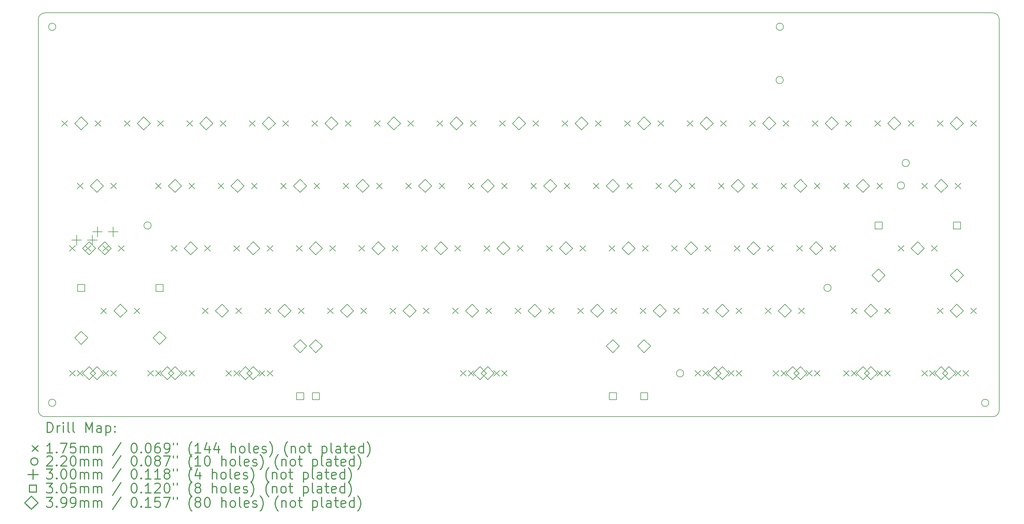
<source format=gbr>
%FSLAX45Y45*%
G04 Gerber Fmt 4.5, Leading zero omitted, Abs format (unit mm)*
G04 Created by KiCad (PCBNEW (5.1.6)-1) date 2020-08-22 15:45:30*
%MOMM*%
%LPD*%
G01*
G04 APERTURE LIST*
%TA.AperFunction,Profile*%
%ADD10C,0.200000*%
%TD*%
%ADD11C,0.200000*%
%ADD12C,0.300000*%
G04 APERTURE END LIST*
D10*
X34628027Y-18270785D02*
G75*
G02*
X34428027Y-18470785I-200000J0D01*
G01*
X34628027Y-15265789D02*
X34628027Y-18270785D01*
X18802227Y-18470785D02*
X34428027Y-18470785D01*
X5557992Y-18470785D02*
G75*
G02*
X5357992Y-18270785I0J200000D01*
G01*
X5557992Y-18470785D02*
X18802227Y-18470785D01*
X5357992Y-9550769D02*
X5357992Y-18270785D01*
X5357992Y-6350769D02*
G75*
G02*
X5557992Y-6150769I200000J0D01*
G01*
X5557992Y-6150769D02*
X5957991Y-6150769D01*
X5357992Y-9550769D02*
X5357992Y-6350769D01*
X34428027Y-6150769D02*
G75*
G02*
X34628027Y-6350769I0J-200000D01*
G01*
X34628027Y-15265789D02*
X34628027Y-6350769D01*
X34028027Y-6150769D02*
X34428027Y-6150769D01*
X34028027Y-6150769D02*
X5957991Y-6150769D01*
D11*
X7262625Y-15152500D02*
X7437625Y-15327500D01*
X7437625Y-15152500D02*
X7262625Y-15327500D01*
X8278625Y-15152500D02*
X8453625Y-15327500D01*
X8453625Y-15152500D02*
X8278625Y-15327500D01*
X6786375Y-13247500D02*
X6961375Y-13422500D01*
X6961375Y-13247500D02*
X6786375Y-13422500D01*
X7802375Y-13247500D02*
X7977375Y-13422500D01*
X7977375Y-13247500D02*
X7802375Y-13422500D01*
X6548250Y-11342500D02*
X6723250Y-11517500D01*
X6723250Y-11342500D02*
X6548250Y-11517500D01*
X7564250Y-11342500D02*
X7739250Y-11517500D01*
X7739250Y-11342500D02*
X7564250Y-11517500D01*
X27979500Y-17057500D02*
X28154500Y-17232500D01*
X28154500Y-17057500D02*
X27979500Y-17232500D01*
X28995500Y-17057500D02*
X29170500Y-17232500D01*
X29170500Y-17057500D02*
X28995500Y-17232500D01*
X28932000Y-9437500D02*
X29107000Y-9612500D01*
X29107000Y-9437500D02*
X28932000Y-9612500D01*
X29948000Y-9437500D02*
X30123000Y-9612500D01*
X30123000Y-9437500D02*
X29948000Y-9612500D01*
X28455750Y-13247500D02*
X28630750Y-13422500D01*
X28630750Y-13247500D02*
X28455750Y-13422500D01*
X29471750Y-13247500D02*
X29646750Y-13422500D01*
X29646750Y-13247500D02*
X29471750Y-13422500D01*
X21312000Y-9437500D02*
X21487000Y-9612500D01*
X21487000Y-9437500D02*
X21312000Y-9612500D01*
X22328000Y-9437500D02*
X22503000Y-9612500D01*
X22503000Y-9437500D02*
X22328000Y-9612500D01*
X15120750Y-13247500D02*
X15295750Y-13422500D01*
X15295750Y-13247500D02*
X15120750Y-13422500D01*
X16136750Y-13247500D02*
X16311750Y-13422500D01*
X16311750Y-13247500D02*
X16136750Y-13422500D01*
X13692000Y-9437500D02*
X13867000Y-9612500D01*
X13867000Y-9437500D02*
X13692000Y-9612500D01*
X14708000Y-9437500D02*
X14883000Y-9612500D01*
X14883000Y-9437500D02*
X14708000Y-9612500D01*
X24169500Y-11342500D02*
X24344500Y-11517500D01*
X24344500Y-11342500D02*
X24169500Y-11517500D01*
X25185500Y-11342500D02*
X25360500Y-11517500D01*
X25360500Y-11342500D02*
X25185500Y-11517500D01*
X31551375Y-13247500D02*
X31726375Y-13422500D01*
X31726375Y-13247500D02*
X31551375Y-13422500D01*
X32567375Y-13247500D02*
X32742375Y-13422500D01*
X32742375Y-13247500D02*
X32567375Y-13422500D01*
X30122625Y-15152500D02*
X30297625Y-15327500D01*
X30297625Y-15152500D02*
X30122625Y-15327500D01*
X31138625Y-15152500D02*
X31313625Y-15327500D01*
X31313625Y-15152500D02*
X31138625Y-15327500D01*
X32265750Y-17057500D02*
X32440750Y-17232500D01*
X32440750Y-17057500D02*
X32265750Y-17232500D01*
X33281750Y-17057500D02*
X33456750Y-17232500D01*
X33456750Y-17057500D02*
X33281750Y-17232500D01*
X17502000Y-9437500D02*
X17677000Y-9612500D01*
X17677000Y-9437500D02*
X17502000Y-9612500D01*
X18518000Y-9437500D02*
X18693000Y-9612500D01*
X18693000Y-9437500D02*
X18518000Y-9612500D01*
X24645750Y-13247500D02*
X24820750Y-13422500D01*
X24820750Y-13247500D02*
X24645750Y-13422500D01*
X25661750Y-13247500D02*
X25836750Y-13422500D01*
X25836750Y-13247500D02*
X25661750Y-13422500D01*
X17978250Y-15152500D02*
X18153250Y-15327500D01*
X18153250Y-15152500D02*
X17978250Y-15327500D01*
X18994250Y-15152500D02*
X19169250Y-15327500D01*
X19169250Y-15152500D02*
X18994250Y-15327500D01*
X26074500Y-11342500D02*
X26249500Y-11517500D01*
X26249500Y-11342500D02*
X26074500Y-11517500D01*
X27090500Y-11342500D02*
X27265500Y-11517500D01*
X27265500Y-11342500D02*
X27090500Y-11517500D01*
X23217000Y-9437500D02*
X23392000Y-9612500D01*
X23392000Y-9437500D02*
X23217000Y-9612500D01*
X24233000Y-9437500D02*
X24408000Y-9612500D01*
X24408000Y-9437500D02*
X24233000Y-9612500D01*
X11072625Y-17057500D02*
X11247625Y-17232500D01*
X11247625Y-17057500D02*
X11072625Y-17232500D01*
X12088625Y-17057500D02*
X12263625Y-17232500D01*
X12263625Y-17057500D02*
X12088625Y-17232500D01*
X32503875Y-17057500D02*
X32678875Y-17232500D01*
X32678875Y-17057500D02*
X32503875Y-17232500D01*
X33519875Y-17057500D02*
X33694875Y-17232500D01*
X33694875Y-17057500D02*
X33519875Y-17232500D01*
X25122000Y-9437500D02*
X25297000Y-9612500D01*
X25297000Y-9437500D02*
X25122000Y-9612500D01*
X26138000Y-9437500D02*
X26313000Y-9612500D01*
X26313000Y-9437500D02*
X26138000Y-9612500D01*
X10834500Y-11342500D02*
X11009500Y-11517500D01*
X11009500Y-11342500D02*
X10834500Y-11517500D01*
X11850500Y-11342500D02*
X12025500Y-11517500D01*
X12025500Y-11342500D02*
X11850500Y-11517500D01*
X20359500Y-11342500D02*
X20534500Y-11517500D01*
X20534500Y-11342500D02*
X20359500Y-11517500D01*
X21375500Y-11342500D02*
X21550500Y-11517500D01*
X21550500Y-11342500D02*
X21375500Y-11517500D01*
X29884500Y-17057500D02*
X30059500Y-17232500D01*
X30059500Y-17057500D02*
X29884500Y-17232500D01*
X30900500Y-17057500D02*
X31075500Y-17232500D01*
X31075500Y-17057500D02*
X30900500Y-17232500D01*
X11787000Y-9437500D02*
X11962000Y-9612500D01*
X11962000Y-9437500D02*
X11787000Y-9612500D01*
X12803000Y-9437500D02*
X12978000Y-9612500D01*
X12978000Y-9437500D02*
X12803000Y-9612500D01*
X19883250Y-15152500D02*
X20058250Y-15327500D01*
X20058250Y-15152500D02*
X19883250Y-15327500D01*
X20899250Y-15152500D02*
X21074250Y-15327500D01*
X21074250Y-15152500D02*
X20899250Y-15327500D01*
X14168250Y-15152500D02*
X14343250Y-15327500D01*
X14343250Y-15152500D02*
X14168250Y-15327500D01*
X15184250Y-15152500D02*
X15359250Y-15327500D01*
X15359250Y-15152500D02*
X15184250Y-15327500D01*
X32742000Y-15152500D02*
X32917000Y-15327500D01*
X32917000Y-15152500D02*
X32742000Y-15327500D01*
X33758000Y-15152500D02*
X33933000Y-15327500D01*
X33933000Y-15152500D02*
X33758000Y-15327500D01*
X25360125Y-17057500D02*
X25535125Y-17232500D01*
X25535125Y-17057500D02*
X25360125Y-17232500D01*
X26376125Y-17057500D02*
X26551125Y-17232500D01*
X26551125Y-17057500D02*
X26376125Y-17232500D01*
X6310125Y-17057500D02*
X6485125Y-17232500D01*
X6485125Y-17057500D02*
X6310125Y-17232500D01*
X7326125Y-17057500D02*
X7501125Y-17232500D01*
X7501125Y-17057500D02*
X7326125Y-17232500D01*
X16549500Y-11342500D02*
X16724500Y-11517500D01*
X16724500Y-11342500D02*
X16549500Y-11517500D01*
X17565500Y-11342500D02*
X17740500Y-11517500D01*
X17740500Y-11342500D02*
X17565500Y-11517500D01*
X25598250Y-15152500D02*
X25773250Y-15327500D01*
X25773250Y-15152500D02*
X25598250Y-15327500D01*
X26614250Y-15152500D02*
X26789250Y-15327500D01*
X26789250Y-15152500D02*
X26614250Y-15327500D01*
X11310750Y-13247500D02*
X11485750Y-13422500D01*
X11485750Y-13247500D02*
X11310750Y-13422500D01*
X12326750Y-13247500D02*
X12501750Y-13422500D01*
X12501750Y-13247500D02*
X12326750Y-13422500D01*
X15597000Y-9437500D02*
X15772000Y-9612500D01*
X15772000Y-9437500D02*
X15597000Y-9612500D01*
X16613000Y-9437500D02*
X16788000Y-9612500D01*
X16788000Y-9437500D02*
X16613000Y-9612500D01*
X8929500Y-17057500D02*
X9104500Y-17232500D01*
X9104500Y-17057500D02*
X8929500Y-17232500D01*
X9945500Y-17057500D02*
X10120500Y-17232500D01*
X10120500Y-17057500D02*
X9945500Y-17232500D01*
X27027000Y-9437500D02*
X27202000Y-9612500D01*
X27202000Y-9437500D02*
X27027000Y-9612500D01*
X28043000Y-9437500D02*
X28218000Y-9612500D01*
X28218000Y-9437500D02*
X28043000Y-9612500D01*
X27979500Y-11342500D02*
X28154500Y-11517500D01*
X28154500Y-11342500D02*
X27979500Y-11517500D01*
X28995500Y-11342500D02*
X29170500Y-11517500D01*
X29170500Y-11342500D02*
X28995500Y-11517500D01*
X11310750Y-17057500D02*
X11485750Y-17232500D01*
X11485750Y-17057500D02*
X11310750Y-17232500D01*
X12326750Y-17057500D02*
X12501750Y-17232500D01*
X12501750Y-17057500D02*
X12326750Y-17232500D01*
X18454500Y-17057500D02*
X18629500Y-17232500D01*
X18629500Y-17057500D02*
X18454500Y-17232500D01*
X19470500Y-17057500D02*
X19645500Y-17232500D01*
X19645500Y-17057500D02*
X19470500Y-17232500D01*
X10358250Y-15152500D02*
X10533250Y-15327500D01*
X10533250Y-15152500D02*
X10358250Y-15327500D01*
X11374250Y-15152500D02*
X11549250Y-15327500D01*
X11549250Y-15152500D02*
X11374250Y-15327500D01*
X18454500Y-11342500D02*
X18629500Y-11517500D01*
X18629500Y-11342500D02*
X18454500Y-11517500D01*
X19470500Y-11342500D02*
X19645500Y-11517500D01*
X19645500Y-11342500D02*
X19470500Y-11517500D01*
X6072000Y-9437500D02*
X6247000Y-9612500D01*
X6247000Y-9437500D02*
X6072000Y-9612500D01*
X7088000Y-9437500D02*
X7263000Y-9612500D01*
X7263000Y-9437500D02*
X7088000Y-9612500D01*
X9405750Y-13247500D02*
X9580750Y-13422500D01*
X9580750Y-13247500D02*
X9405750Y-13422500D01*
X10421750Y-13247500D02*
X10596750Y-13422500D01*
X10596750Y-13247500D02*
X10421750Y-13422500D01*
X23693250Y-15152500D02*
X23868250Y-15327500D01*
X23868250Y-15152500D02*
X23693250Y-15327500D01*
X24709250Y-15152500D02*
X24884250Y-15327500D01*
X24884250Y-15152500D02*
X24709250Y-15327500D01*
X26550750Y-13247500D02*
X26725750Y-13422500D01*
X26725750Y-13247500D02*
X26550750Y-13422500D01*
X27566750Y-13247500D02*
X27741750Y-13422500D01*
X27741750Y-13247500D02*
X27566750Y-13422500D01*
X21788250Y-15152500D02*
X21963250Y-15327500D01*
X21963250Y-15152500D02*
X21788250Y-15327500D01*
X22804250Y-15152500D02*
X22979250Y-15327500D01*
X22979250Y-15152500D02*
X22804250Y-15327500D01*
X32265750Y-11342500D02*
X32440750Y-11517500D01*
X32440750Y-11342500D02*
X32265750Y-11517500D01*
X33281750Y-11342500D02*
X33456750Y-11517500D01*
X33456750Y-11342500D02*
X33281750Y-11517500D01*
X27741375Y-17057500D02*
X27916375Y-17232500D01*
X27916375Y-17057500D02*
X27741375Y-17232500D01*
X28757375Y-17057500D02*
X28932375Y-17232500D01*
X28932375Y-17057500D02*
X28757375Y-17232500D01*
X7977000Y-9437500D02*
X8152000Y-9612500D01*
X8152000Y-9437500D02*
X7977000Y-9612500D01*
X8993000Y-9437500D02*
X9168000Y-9612500D01*
X9168000Y-9437500D02*
X8993000Y-9612500D01*
X27503250Y-15152500D02*
X27678250Y-15327500D01*
X27678250Y-15152500D02*
X27503250Y-15327500D01*
X28519250Y-15152500D02*
X28694250Y-15327500D01*
X28694250Y-15152500D02*
X28519250Y-15327500D01*
X14644500Y-11342500D02*
X14819500Y-11517500D01*
X14819500Y-11342500D02*
X14644500Y-11517500D01*
X15660500Y-11342500D02*
X15835500Y-11517500D01*
X15835500Y-11342500D02*
X15660500Y-11517500D01*
X12263250Y-15152500D02*
X12438250Y-15327500D01*
X12438250Y-15152500D02*
X12263250Y-15327500D01*
X13279250Y-15152500D02*
X13454250Y-15327500D01*
X13454250Y-15152500D02*
X13279250Y-15327500D01*
X30837000Y-9437500D02*
X31012000Y-9612500D01*
X31012000Y-9437500D02*
X30837000Y-9612500D01*
X31853000Y-9437500D02*
X32028000Y-9612500D01*
X32028000Y-9437500D02*
X31853000Y-9612500D01*
X22264500Y-11342500D02*
X22439500Y-11517500D01*
X22439500Y-11342500D02*
X22264500Y-11517500D01*
X23280500Y-11342500D02*
X23455500Y-11517500D01*
X23455500Y-11342500D02*
X23280500Y-11517500D01*
X12739500Y-11342500D02*
X12914500Y-11517500D01*
X12914500Y-11342500D02*
X12739500Y-11517500D01*
X13755500Y-11342500D02*
X13930500Y-11517500D01*
X13930500Y-11342500D02*
X13755500Y-11517500D01*
X8929500Y-11342500D02*
X9104500Y-11517500D01*
X9104500Y-11342500D02*
X8929500Y-11517500D01*
X9945500Y-11342500D02*
X10120500Y-11517500D01*
X10120500Y-11342500D02*
X9945500Y-11517500D01*
X13215750Y-13247500D02*
X13390750Y-13422500D01*
X13390750Y-13247500D02*
X13215750Y-13422500D01*
X14231750Y-13247500D02*
X14406750Y-13422500D01*
X14406750Y-13247500D02*
X14231750Y-13422500D01*
X22740750Y-13247500D02*
X22915750Y-13422500D01*
X22915750Y-13247500D02*
X22740750Y-13422500D01*
X23756750Y-13247500D02*
X23931750Y-13422500D01*
X23931750Y-13247500D02*
X23756750Y-13422500D01*
X25598250Y-17057500D02*
X25773250Y-17232500D01*
X25773250Y-17057500D02*
X25598250Y-17232500D01*
X26614250Y-17057500D02*
X26789250Y-17232500D01*
X26789250Y-17057500D02*
X26614250Y-17232500D01*
X6548250Y-17057500D02*
X6723250Y-17232500D01*
X6723250Y-17057500D02*
X6548250Y-17232500D01*
X7564250Y-17057500D02*
X7739250Y-17232500D01*
X7739250Y-17057500D02*
X7564250Y-17232500D01*
X30122625Y-17057500D02*
X30297625Y-17232500D01*
X30297625Y-17057500D02*
X30122625Y-17232500D01*
X31138625Y-17057500D02*
X31313625Y-17232500D01*
X31313625Y-17057500D02*
X31138625Y-17232500D01*
X6310125Y-13247500D02*
X6485125Y-13422500D01*
X6485125Y-13247500D02*
X6310125Y-13422500D01*
X7326125Y-13247500D02*
X7501125Y-13422500D01*
X7501125Y-13247500D02*
X7326125Y-13422500D01*
X16073250Y-15152500D02*
X16248250Y-15327500D01*
X16248250Y-15152500D02*
X16073250Y-15327500D01*
X17089250Y-15152500D02*
X17264250Y-15327500D01*
X17264250Y-15152500D02*
X17089250Y-15327500D01*
X18216375Y-17057500D02*
X18391375Y-17232500D01*
X18391375Y-17057500D02*
X18216375Y-17232500D01*
X19232375Y-17057500D02*
X19407375Y-17232500D01*
X19407375Y-17057500D02*
X19232375Y-17232500D01*
X29884500Y-11342500D02*
X30059500Y-11517500D01*
X30059500Y-11342500D02*
X29884500Y-11517500D01*
X30900500Y-11342500D02*
X31075500Y-11517500D01*
X31075500Y-11342500D02*
X30900500Y-11517500D01*
X9882000Y-9437500D02*
X10057000Y-9612500D01*
X10057000Y-9437500D02*
X9882000Y-9612500D01*
X10898000Y-9437500D02*
X11073000Y-9612500D01*
X11073000Y-9437500D02*
X10898000Y-9612500D01*
X20835750Y-13247500D02*
X21010750Y-13422500D01*
X21010750Y-13247500D02*
X20835750Y-13422500D01*
X21851750Y-13247500D02*
X22026750Y-13422500D01*
X22026750Y-13247500D02*
X21851750Y-13422500D01*
X19407000Y-9437500D02*
X19582000Y-9612500D01*
X19582000Y-9437500D02*
X19407000Y-9612500D01*
X20423000Y-9437500D02*
X20598000Y-9612500D01*
X20598000Y-9437500D02*
X20423000Y-9612500D01*
X18930750Y-13247500D02*
X19105750Y-13422500D01*
X19105750Y-13247500D02*
X18930750Y-13422500D01*
X19946750Y-13247500D02*
X20121750Y-13422500D01*
X20121750Y-13247500D02*
X19946750Y-13422500D01*
X32742000Y-9437500D02*
X32917000Y-9612500D01*
X32917000Y-9437500D02*
X32742000Y-9612500D01*
X33758000Y-9437500D02*
X33933000Y-9612500D01*
X33933000Y-9437500D02*
X33758000Y-9612500D01*
X17025750Y-13247500D02*
X17200750Y-13422500D01*
X17200750Y-13247500D02*
X17025750Y-13422500D01*
X18041750Y-13247500D02*
X18216750Y-13422500D01*
X18216750Y-13247500D02*
X18041750Y-13422500D01*
X8691375Y-17057500D02*
X8866375Y-17232500D01*
X8866375Y-17057500D02*
X8691375Y-17232500D01*
X9707375Y-17057500D02*
X9882375Y-17232500D01*
X9882375Y-17057500D02*
X9707375Y-17232500D01*
X28055000Y-6575000D02*
G75*
G03*
X28055000Y-6575000I-110000J0D01*
G01*
X31890000Y-10729000D02*
G75*
G03*
X31890000Y-10729000I-110000J0D01*
G01*
X28051000Y-8201000D02*
G75*
G03*
X28051000Y-8201000I-110000J0D01*
G01*
X5892000Y-6577000D02*
G75*
G03*
X5892000Y-6577000I-110000J0D01*
G01*
X29508000Y-14540000D02*
G75*
G03*
X29508000Y-14540000I-110000J0D01*
G01*
X8796000Y-12636000D02*
G75*
G03*
X8796000Y-12636000I-110000J0D01*
G01*
X31744000Y-11417000D02*
G75*
G03*
X31744000Y-11417000I-110000J0D01*
G01*
X25017000Y-17145000D02*
G75*
G03*
X25017000Y-17145000I-110000J0D01*
G01*
X5891000Y-18046000D02*
G75*
G03*
X5891000Y-18046000I-110000J0D01*
G01*
X34311000Y-18047000D02*
G75*
G03*
X34311000Y-18047000I-110000J0D01*
G01*
X6524625Y-12931000D02*
X6524625Y-13231000D01*
X6374625Y-13081000D02*
X6674625Y-13081000D01*
X7159625Y-12677000D02*
X7159625Y-12977000D01*
X7009625Y-12827000D02*
X7309625Y-12827000D01*
X7000875Y-12931000D02*
X7000875Y-13231000D01*
X6850875Y-13081000D02*
X7150875Y-13081000D01*
X7635875Y-12677000D02*
X7635875Y-12977000D01*
X7485875Y-12827000D02*
X7785875Y-12827000D01*
X13919649Y-17951264D02*
X13919649Y-17735736D01*
X13704121Y-17735736D01*
X13704121Y-17951264D01*
X13919649Y-17951264D01*
X23919629Y-17951264D02*
X23919629Y-17735736D01*
X23704101Y-17735736D01*
X23704101Y-17951264D01*
X23919629Y-17951264D01*
X31060839Y-12744264D02*
X31060839Y-12528736D01*
X30845311Y-12528736D01*
X30845311Y-12744264D01*
X31060839Y-12744264D01*
X33448439Y-12744264D02*
X33448439Y-12528736D01*
X33232911Y-12528736D01*
X33232911Y-12744264D01*
X33448439Y-12744264D01*
X13442764Y-17951264D02*
X13442764Y-17735736D01*
X13227236Y-17735736D01*
X13227236Y-17951264D01*
X13442764Y-17951264D01*
X22967764Y-17951264D02*
X22967764Y-17735736D01*
X22752236Y-17735736D01*
X22752236Y-17951264D01*
X22967764Y-17951264D01*
X6772089Y-14649264D02*
X6772089Y-14433736D01*
X6556561Y-14433736D01*
X6556561Y-14649264D01*
X6772089Y-14649264D01*
X9159689Y-14649264D02*
X9159689Y-14433736D01*
X8944161Y-14433736D01*
X8944161Y-14649264D01*
X9159689Y-14649264D01*
X33099375Y-17344390D02*
X33298765Y-17145000D01*
X33099375Y-16945610D01*
X32899985Y-17145000D01*
X33099375Y-17344390D01*
X25717500Y-9724390D02*
X25916890Y-9525000D01*
X25717500Y-9325610D01*
X25518110Y-9525000D01*
X25717500Y-9724390D01*
X11430000Y-11629390D02*
X11629390Y-11430000D01*
X11430000Y-11230610D01*
X11230610Y-11430000D01*
X11430000Y-11629390D01*
X20955000Y-11629390D02*
X21154390Y-11430000D01*
X20955000Y-11230610D01*
X20755610Y-11430000D01*
X20955000Y-11629390D01*
X30480000Y-17344390D02*
X30679390Y-17145000D01*
X30480000Y-16945610D01*
X30280610Y-17145000D01*
X30480000Y-17344390D01*
X12382500Y-9724390D02*
X12581890Y-9525000D01*
X12382500Y-9325610D01*
X12183110Y-9525000D01*
X12382500Y-9724390D01*
X20478750Y-15439390D02*
X20678140Y-15240000D01*
X20478750Y-15040610D01*
X20279360Y-15240000D01*
X20478750Y-15439390D01*
X14763750Y-15439390D02*
X14963140Y-15240000D01*
X14763750Y-15040610D01*
X14564360Y-15240000D01*
X14763750Y-15439390D01*
X33337500Y-15439390D02*
X33536890Y-15240000D01*
X33337500Y-15040610D01*
X33138110Y-15240000D01*
X33337500Y-15439390D01*
X25955625Y-17344390D02*
X26155015Y-17145000D01*
X25955625Y-16945610D01*
X25756235Y-17145000D01*
X25955625Y-17344390D01*
X6905625Y-17344390D02*
X7105015Y-17145000D01*
X6905625Y-16945610D01*
X6706235Y-17145000D01*
X6905625Y-17344390D01*
X17145000Y-11629390D02*
X17344390Y-11430000D01*
X17145000Y-11230610D01*
X16945610Y-11430000D01*
X17145000Y-11629390D01*
X26193750Y-15439390D02*
X26393140Y-15240000D01*
X26193750Y-15040610D01*
X25994360Y-15240000D01*
X26193750Y-15439390D01*
X11906250Y-13534390D02*
X12105640Y-13335000D01*
X11906250Y-13135610D01*
X11706860Y-13335000D01*
X11906250Y-13534390D01*
X16192500Y-9724390D02*
X16391890Y-9525000D01*
X16192500Y-9325610D01*
X15993110Y-9525000D01*
X16192500Y-9724390D01*
X9525000Y-17344390D02*
X9724390Y-17145000D01*
X9525000Y-16945610D01*
X9325610Y-17145000D01*
X9525000Y-17344390D01*
X27622500Y-9724390D02*
X27821890Y-9525000D01*
X27622500Y-9325610D01*
X27423110Y-9525000D01*
X27622500Y-9724390D01*
X28575000Y-11629390D02*
X28774390Y-11430000D01*
X28575000Y-11230610D01*
X28375610Y-11430000D01*
X28575000Y-11629390D01*
X11906250Y-17344390D02*
X12105640Y-17145000D01*
X11906250Y-16945610D01*
X11706860Y-17145000D01*
X11906250Y-17344390D01*
X13335000Y-16518890D02*
X13534390Y-16319500D01*
X13335000Y-16120110D01*
X13135610Y-16319500D01*
X13335000Y-16518890D01*
X19050000Y-17344390D02*
X19249390Y-17145000D01*
X19050000Y-16945610D01*
X18850610Y-17145000D01*
X19050000Y-17344390D01*
X22860000Y-16518890D02*
X23059390Y-16319500D01*
X22860000Y-16120110D01*
X22660610Y-16319500D01*
X22860000Y-16518890D01*
X10953750Y-15439390D02*
X11153140Y-15240000D01*
X10953750Y-15040610D01*
X10754360Y-15240000D01*
X10953750Y-15439390D01*
X19050000Y-11629390D02*
X19249390Y-11430000D01*
X19050000Y-11230610D01*
X18850610Y-11430000D01*
X19050000Y-11629390D01*
X6667500Y-9724390D02*
X6866890Y-9525000D01*
X6667500Y-9325610D01*
X6468110Y-9525000D01*
X6667500Y-9724390D01*
X10001250Y-13534390D02*
X10200640Y-13335000D01*
X10001250Y-13135610D01*
X9801860Y-13335000D01*
X10001250Y-13534390D01*
X24288750Y-15439390D02*
X24488140Y-15240000D01*
X24288750Y-15040610D01*
X24089360Y-15240000D01*
X24288750Y-15439390D01*
X27146250Y-13534390D02*
X27345640Y-13335000D01*
X27146250Y-13135610D01*
X26946860Y-13335000D01*
X27146250Y-13534390D01*
X22383750Y-15439390D02*
X22583140Y-15240000D01*
X22383750Y-15040610D01*
X22184360Y-15240000D01*
X22383750Y-15439390D01*
X32861250Y-11629390D02*
X33060640Y-11430000D01*
X32861250Y-11230610D01*
X32661860Y-11430000D01*
X32861250Y-11629390D01*
X28336875Y-17344390D02*
X28536265Y-17145000D01*
X28336875Y-16945610D01*
X28137485Y-17145000D01*
X28336875Y-17344390D01*
X8572500Y-9724390D02*
X8771890Y-9525000D01*
X8572500Y-9325610D01*
X8373110Y-9525000D01*
X8572500Y-9724390D01*
X28098750Y-15439390D02*
X28298140Y-15240000D01*
X28098750Y-15040610D01*
X27899360Y-15240000D01*
X28098750Y-15439390D01*
X15240000Y-11629390D02*
X15439390Y-11430000D01*
X15240000Y-11230610D01*
X15040610Y-11430000D01*
X15240000Y-11629390D01*
X12858750Y-15439390D02*
X13058140Y-15240000D01*
X12858750Y-15040610D01*
X12659360Y-15240000D01*
X12858750Y-15439390D01*
X31432500Y-9724390D02*
X31631890Y-9525000D01*
X31432500Y-9325610D01*
X31233110Y-9525000D01*
X31432500Y-9724390D01*
X22860000Y-11629390D02*
X23059390Y-11430000D01*
X22860000Y-11230610D01*
X22660610Y-11430000D01*
X22860000Y-11629390D01*
X13335000Y-11629390D02*
X13534390Y-11430000D01*
X13335000Y-11230610D01*
X13135610Y-11430000D01*
X13335000Y-11629390D01*
X9525000Y-11629390D02*
X9724390Y-11430000D01*
X9525000Y-11230610D01*
X9325610Y-11430000D01*
X9525000Y-11629390D01*
X13811250Y-13534390D02*
X14010640Y-13335000D01*
X13811250Y-13135610D01*
X13611860Y-13335000D01*
X13811250Y-13534390D01*
X23336250Y-13534390D02*
X23535640Y-13335000D01*
X23336250Y-13135610D01*
X23136860Y-13335000D01*
X23336250Y-13534390D01*
X26193750Y-17344390D02*
X26393140Y-17145000D01*
X26193750Y-16945610D01*
X25994360Y-17145000D01*
X26193750Y-17344390D01*
X7143750Y-17344390D02*
X7343140Y-17145000D01*
X7143750Y-16945610D01*
X6944360Y-17145000D01*
X7143750Y-17344390D01*
X30718125Y-17344390D02*
X30917515Y-17145000D01*
X30718125Y-16945610D01*
X30518735Y-17145000D01*
X30718125Y-17344390D01*
X6905625Y-13534390D02*
X7105015Y-13335000D01*
X6905625Y-13135610D01*
X6706235Y-13335000D01*
X6905625Y-13534390D01*
X16668750Y-15439390D02*
X16868140Y-15240000D01*
X16668750Y-15040610D01*
X16469360Y-15240000D01*
X16668750Y-15439390D01*
X13811885Y-16518890D02*
X14011275Y-16319500D01*
X13811885Y-16120110D01*
X13612495Y-16319500D01*
X13811885Y-16518890D01*
X18811875Y-17344390D02*
X19011265Y-17145000D01*
X18811875Y-16945610D01*
X18612485Y-17145000D01*
X18811875Y-17344390D01*
X23811865Y-16518890D02*
X24011255Y-16319500D01*
X23811865Y-16120110D01*
X23612475Y-16319500D01*
X23811865Y-16518890D01*
X30480000Y-11629390D02*
X30679390Y-11430000D01*
X30480000Y-11230610D01*
X30280610Y-11430000D01*
X30480000Y-11629390D01*
X10477500Y-9724390D02*
X10676890Y-9525000D01*
X10477500Y-9325610D01*
X10278110Y-9525000D01*
X10477500Y-9724390D01*
X21431250Y-13534390D02*
X21630640Y-13335000D01*
X21431250Y-13135610D01*
X21231860Y-13335000D01*
X21431250Y-13534390D01*
X20002500Y-9724390D02*
X20201890Y-9525000D01*
X20002500Y-9325610D01*
X19803110Y-9525000D01*
X20002500Y-9724390D01*
X19526250Y-13534390D02*
X19725640Y-13335000D01*
X19526250Y-13135610D01*
X19326860Y-13335000D01*
X19526250Y-13534390D01*
X33337500Y-9724390D02*
X33536890Y-9525000D01*
X33337500Y-9325610D01*
X33138110Y-9525000D01*
X33337500Y-9724390D01*
X17621250Y-13534390D02*
X17820640Y-13335000D01*
X17621250Y-13135610D01*
X17421860Y-13335000D01*
X17621250Y-13534390D01*
X9286875Y-17344390D02*
X9486265Y-17145000D01*
X9286875Y-16945610D01*
X9087485Y-17145000D01*
X9286875Y-17344390D01*
X6664325Y-16264890D02*
X6863715Y-16065500D01*
X6664325Y-15866110D01*
X6464935Y-16065500D01*
X6664325Y-16264890D01*
X7858125Y-15439390D02*
X8057515Y-15240000D01*
X7858125Y-15040610D01*
X7658735Y-15240000D01*
X7858125Y-15439390D01*
X9051925Y-16264890D02*
X9251315Y-16065500D01*
X9051925Y-15866110D01*
X8852535Y-16065500D01*
X9051925Y-16264890D01*
X7381875Y-13534390D02*
X7581265Y-13335000D01*
X7381875Y-13135610D01*
X7182485Y-13335000D01*
X7381875Y-13534390D01*
X7143750Y-11629390D02*
X7343140Y-11430000D01*
X7143750Y-11230610D01*
X6944360Y-11430000D01*
X7143750Y-11629390D01*
X28575000Y-17344390D02*
X28774390Y-17145000D01*
X28575000Y-16945610D01*
X28375610Y-17145000D01*
X28575000Y-17344390D01*
X29527500Y-9724390D02*
X29726890Y-9525000D01*
X29527500Y-9325610D01*
X29328110Y-9525000D01*
X29527500Y-9724390D01*
X29051250Y-13534390D02*
X29250640Y-13335000D01*
X29051250Y-13135610D01*
X28851860Y-13335000D01*
X29051250Y-13534390D01*
X21907500Y-9724390D02*
X22106890Y-9525000D01*
X21907500Y-9325610D01*
X21708110Y-9525000D01*
X21907500Y-9724390D01*
X15716250Y-13534390D02*
X15915640Y-13335000D01*
X15716250Y-13135610D01*
X15516860Y-13335000D01*
X15716250Y-13534390D01*
X14287500Y-9724390D02*
X14486890Y-9525000D01*
X14287500Y-9325610D01*
X14088110Y-9525000D01*
X14287500Y-9724390D01*
X24765000Y-11629390D02*
X24964390Y-11430000D01*
X24765000Y-11230610D01*
X24565610Y-11430000D01*
X24765000Y-11629390D01*
X30953075Y-14359890D02*
X31152465Y-14160500D01*
X30953075Y-13961110D01*
X30753685Y-14160500D01*
X30953075Y-14359890D01*
X32146875Y-13534390D02*
X32346265Y-13335000D01*
X32146875Y-13135610D01*
X31947485Y-13335000D01*
X32146875Y-13534390D01*
X33340675Y-14359890D02*
X33540065Y-14160500D01*
X33340675Y-13961110D01*
X33141285Y-14160500D01*
X33340675Y-14359890D01*
X30718125Y-15439390D02*
X30917515Y-15240000D01*
X30718125Y-15040610D01*
X30518735Y-15240000D01*
X30718125Y-15439390D01*
X32861250Y-17344390D02*
X33060640Y-17145000D01*
X32861250Y-16945610D01*
X32661860Y-17145000D01*
X32861250Y-17344390D01*
X18097500Y-9724390D02*
X18296890Y-9525000D01*
X18097500Y-9325610D01*
X17898110Y-9525000D01*
X18097500Y-9724390D01*
X25241250Y-13534390D02*
X25440640Y-13335000D01*
X25241250Y-13135610D01*
X25041860Y-13335000D01*
X25241250Y-13534390D01*
X18573750Y-15439390D02*
X18773140Y-15240000D01*
X18573750Y-15040610D01*
X18374360Y-15240000D01*
X18573750Y-15439390D01*
X26670000Y-11629390D02*
X26869390Y-11430000D01*
X26670000Y-11230610D01*
X26470610Y-11430000D01*
X26670000Y-11629390D01*
X23812500Y-9724390D02*
X24011890Y-9525000D01*
X23812500Y-9325610D01*
X23613110Y-9525000D01*
X23812500Y-9724390D01*
X11668125Y-17344390D02*
X11867515Y-17145000D01*
X11668125Y-16945610D01*
X11468735Y-17145000D01*
X11668125Y-17344390D01*
D12*
X5634420Y-18946500D02*
X5634420Y-18646500D01*
X5705848Y-18646500D01*
X5748706Y-18660785D01*
X5777277Y-18689357D01*
X5791563Y-18717928D01*
X5805848Y-18775071D01*
X5805848Y-18817928D01*
X5791563Y-18875071D01*
X5777277Y-18903643D01*
X5748706Y-18932214D01*
X5705848Y-18946500D01*
X5634420Y-18946500D01*
X5934420Y-18946500D02*
X5934420Y-18746500D01*
X5934420Y-18803643D02*
X5948706Y-18775071D01*
X5962991Y-18760785D01*
X5991563Y-18746500D01*
X6020134Y-18746500D01*
X6120134Y-18946500D02*
X6120134Y-18746500D01*
X6120134Y-18646500D02*
X6105848Y-18660785D01*
X6120134Y-18675071D01*
X6134420Y-18660785D01*
X6120134Y-18646500D01*
X6120134Y-18675071D01*
X6305848Y-18946500D02*
X6277277Y-18932214D01*
X6262991Y-18903643D01*
X6262991Y-18646500D01*
X6462991Y-18946500D02*
X6434420Y-18932214D01*
X6420134Y-18903643D01*
X6420134Y-18646500D01*
X6805848Y-18946500D02*
X6805848Y-18646500D01*
X6905848Y-18860785D01*
X7005848Y-18646500D01*
X7005848Y-18946500D01*
X7277277Y-18946500D02*
X7277277Y-18789357D01*
X7262991Y-18760785D01*
X7234420Y-18746500D01*
X7177277Y-18746500D01*
X7148706Y-18760785D01*
X7277277Y-18932214D02*
X7248706Y-18946500D01*
X7177277Y-18946500D01*
X7148706Y-18932214D01*
X7134420Y-18903643D01*
X7134420Y-18875071D01*
X7148706Y-18846500D01*
X7177277Y-18832214D01*
X7248706Y-18832214D01*
X7277277Y-18817928D01*
X7420134Y-18746500D02*
X7420134Y-19046500D01*
X7420134Y-18760785D02*
X7448706Y-18746500D01*
X7505848Y-18746500D01*
X7534420Y-18760785D01*
X7548706Y-18775071D01*
X7562991Y-18803643D01*
X7562991Y-18889357D01*
X7548706Y-18917928D01*
X7534420Y-18932214D01*
X7505848Y-18946500D01*
X7448706Y-18946500D01*
X7420134Y-18932214D01*
X7691563Y-18917928D02*
X7705848Y-18932214D01*
X7691563Y-18946500D01*
X7677277Y-18932214D01*
X7691563Y-18917928D01*
X7691563Y-18946500D01*
X7691563Y-18760785D02*
X7705848Y-18775071D01*
X7691563Y-18789357D01*
X7677277Y-18775071D01*
X7691563Y-18760785D01*
X7691563Y-18789357D01*
X5172991Y-19353285D02*
X5347991Y-19528285D01*
X5347991Y-19353285D02*
X5172991Y-19528285D01*
X5791563Y-19576500D02*
X5620134Y-19576500D01*
X5705848Y-19576500D02*
X5705848Y-19276500D01*
X5677277Y-19319357D01*
X5648706Y-19347928D01*
X5620134Y-19362214D01*
X5920134Y-19547928D02*
X5934420Y-19562214D01*
X5920134Y-19576500D01*
X5905848Y-19562214D01*
X5920134Y-19547928D01*
X5920134Y-19576500D01*
X6034420Y-19276500D02*
X6234420Y-19276500D01*
X6105848Y-19576500D01*
X6491563Y-19276500D02*
X6348706Y-19276500D01*
X6334420Y-19419357D01*
X6348706Y-19405071D01*
X6377277Y-19390785D01*
X6448706Y-19390785D01*
X6477277Y-19405071D01*
X6491563Y-19419357D01*
X6505848Y-19447928D01*
X6505848Y-19519357D01*
X6491563Y-19547928D01*
X6477277Y-19562214D01*
X6448706Y-19576500D01*
X6377277Y-19576500D01*
X6348706Y-19562214D01*
X6334420Y-19547928D01*
X6634420Y-19576500D02*
X6634420Y-19376500D01*
X6634420Y-19405071D02*
X6648706Y-19390785D01*
X6677277Y-19376500D01*
X6720134Y-19376500D01*
X6748706Y-19390785D01*
X6762991Y-19419357D01*
X6762991Y-19576500D01*
X6762991Y-19419357D02*
X6777277Y-19390785D01*
X6805848Y-19376500D01*
X6848706Y-19376500D01*
X6877277Y-19390785D01*
X6891563Y-19419357D01*
X6891563Y-19576500D01*
X7034420Y-19576500D02*
X7034420Y-19376500D01*
X7034420Y-19405071D02*
X7048706Y-19390785D01*
X7077277Y-19376500D01*
X7120134Y-19376500D01*
X7148706Y-19390785D01*
X7162991Y-19419357D01*
X7162991Y-19576500D01*
X7162991Y-19419357D02*
X7177277Y-19390785D01*
X7205848Y-19376500D01*
X7248706Y-19376500D01*
X7277277Y-19390785D01*
X7291563Y-19419357D01*
X7291563Y-19576500D01*
X7877277Y-19262214D02*
X7620134Y-19647928D01*
X8262991Y-19276500D02*
X8291563Y-19276500D01*
X8320134Y-19290785D01*
X8334420Y-19305071D01*
X8348706Y-19333643D01*
X8362991Y-19390785D01*
X8362991Y-19462214D01*
X8348706Y-19519357D01*
X8334420Y-19547928D01*
X8320134Y-19562214D01*
X8291563Y-19576500D01*
X8262991Y-19576500D01*
X8234420Y-19562214D01*
X8220134Y-19547928D01*
X8205848Y-19519357D01*
X8191563Y-19462214D01*
X8191563Y-19390785D01*
X8205848Y-19333643D01*
X8220134Y-19305071D01*
X8234420Y-19290785D01*
X8262991Y-19276500D01*
X8491563Y-19547928D02*
X8505849Y-19562214D01*
X8491563Y-19576500D01*
X8477277Y-19562214D01*
X8491563Y-19547928D01*
X8491563Y-19576500D01*
X8691563Y-19276500D02*
X8720134Y-19276500D01*
X8748706Y-19290785D01*
X8762991Y-19305071D01*
X8777277Y-19333643D01*
X8791563Y-19390785D01*
X8791563Y-19462214D01*
X8777277Y-19519357D01*
X8762991Y-19547928D01*
X8748706Y-19562214D01*
X8720134Y-19576500D01*
X8691563Y-19576500D01*
X8662991Y-19562214D01*
X8648706Y-19547928D01*
X8634420Y-19519357D01*
X8620134Y-19462214D01*
X8620134Y-19390785D01*
X8634420Y-19333643D01*
X8648706Y-19305071D01*
X8662991Y-19290785D01*
X8691563Y-19276500D01*
X9048706Y-19276500D02*
X8991563Y-19276500D01*
X8962991Y-19290785D01*
X8948706Y-19305071D01*
X8920134Y-19347928D01*
X8905849Y-19405071D01*
X8905849Y-19519357D01*
X8920134Y-19547928D01*
X8934420Y-19562214D01*
X8962991Y-19576500D01*
X9020134Y-19576500D01*
X9048706Y-19562214D01*
X9062991Y-19547928D01*
X9077277Y-19519357D01*
X9077277Y-19447928D01*
X9062991Y-19419357D01*
X9048706Y-19405071D01*
X9020134Y-19390785D01*
X8962991Y-19390785D01*
X8934420Y-19405071D01*
X8920134Y-19419357D01*
X8905849Y-19447928D01*
X9220134Y-19576500D02*
X9277277Y-19576500D01*
X9305849Y-19562214D01*
X9320134Y-19547928D01*
X9348706Y-19505071D01*
X9362991Y-19447928D01*
X9362991Y-19333643D01*
X9348706Y-19305071D01*
X9334420Y-19290785D01*
X9305849Y-19276500D01*
X9248706Y-19276500D01*
X9220134Y-19290785D01*
X9205849Y-19305071D01*
X9191563Y-19333643D01*
X9191563Y-19405071D01*
X9205849Y-19433643D01*
X9220134Y-19447928D01*
X9248706Y-19462214D01*
X9305849Y-19462214D01*
X9334420Y-19447928D01*
X9348706Y-19433643D01*
X9362991Y-19405071D01*
X9477277Y-19276500D02*
X9477277Y-19333643D01*
X9591563Y-19276500D02*
X9591563Y-19333643D01*
X10034420Y-19690785D02*
X10020134Y-19676500D01*
X9991563Y-19633643D01*
X9977277Y-19605071D01*
X9962991Y-19562214D01*
X9948706Y-19490785D01*
X9948706Y-19433643D01*
X9962991Y-19362214D01*
X9977277Y-19319357D01*
X9991563Y-19290785D01*
X10020134Y-19247928D01*
X10034420Y-19233643D01*
X10305849Y-19576500D02*
X10134420Y-19576500D01*
X10220134Y-19576500D02*
X10220134Y-19276500D01*
X10191563Y-19319357D01*
X10162991Y-19347928D01*
X10134420Y-19362214D01*
X10562991Y-19376500D02*
X10562991Y-19576500D01*
X10491563Y-19262214D02*
X10420134Y-19476500D01*
X10605849Y-19476500D01*
X10848706Y-19376500D02*
X10848706Y-19576500D01*
X10777277Y-19262214D02*
X10705849Y-19476500D01*
X10891563Y-19476500D01*
X11234420Y-19576500D02*
X11234420Y-19276500D01*
X11362991Y-19576500D02*
X11362991Y-19419357D01*
X11348706Y-19390785D01*
X11320134Y-19376500D01*
X11277277Y-19376500D01*
X11248706Y-19390785D01*
X11234420Y-19405071D01*
X11548706Y-19576500D02*
X11520134Y-19562214D01*
X11505848Y-19547928D01*
X11491563Y-19519357D01*
X11491563Y-19433643D01*
X11505848Y-19405071D01*
X11520134Y-19390785D01*
X11548706Y-19376500D01*
X11591563Y-19376500D01*
X11620134Y-19390785D01*
X11634420Y-19405071D01*
X11648706Y-19433643D01*
X11648706Y-19519357D01*
X11634420Y-19547928D01*
X11620134Y-19562214D01*
X11591563Y-19576500D01*
X11548706Y-19576500D01*
X11820134Y-19576500D02*
X11791563Y-19562214D01*
X11777277Y-19533643D01*
X11777277Y-19276500D01*
X12048706Y-19562214D02*
X12020134Y-19576500D01*
X11962991Y-19576500D01*
X11934420Y-19562214D01*
X11920134Y-19533643D01*
X11920134Y-19419357D01*
X11934420Y-19390785D01*
X11962991Y-19376500D01*
X12020134Y-19376500D01*
X12048706Y-19390785D01*
X12062991Y-19419357D01*
X12062991Y-19447928D01*
X11920134Y-19476500D01*
X12177277Y-19562214D02*
X12205848Y-19576500D01*
X12262991Y-19576500D01*
X12291563Y-19562214D01*
X12305848Y-19533643D01*
X12305848Y-19519357D01*
X12291563Y-19490785D01*
X12262991Y-19476500D01*
X12220134Y-19476500D01*
X12191563Y-19462214D01*
X12177277Y-19433643D01*
X12177277Y-19419357D01*
X12191563Y-19390785D01*
X12220134Y-19376500D01*
X12262991Y-19376500D01*
X12291563Y-19390785D01*
X12405848Y-19690785D02*
X12420134Y-19676500D01*
X12448706Y-19633643D01*
X12462991Y-19605071D01*
X12477277Y-19562214D01*
X12491563Y-19490785D01*
X12491563Y-19433643D01*
X12477277Y-19362214D01*
X12462991Y-19319357D01*
X12448706Y-19290785D01*
X12420134Y-19247928D01*
X12405848Y-19233643D01*
X12948706Y-19690785D02*
X12934420Y-19676500D01*
X12905848Y-19633643D01*
X12891563Y-19605071D01*
X12877277Y-19562214D01*
X12862991Y-19490785D01*
X12862991Y-19433643D01*
X12877277Y-19362214D01*
X12891563Y-19319357D01*
X12905848Y-19290785D01*
X12934420Y-19247928D01*
X12948706Y-19233643D01*
X13062991Y-19376500D02*
X13062991Y-19576500D01*
X13062991Y-19405071D02*
X13077277Y-19390785D01*
X13105848Y-19376500D01*
X13148706Y-19376500D01*
X13177277Y-19390785D01*
X13191563Y-19419357D01*
X13191563Y-19576500D01*
X13377277Y-19576500D02*
X13348706Y-19562214D01*
X13334420Y-19547928D01*
X13320134Y-19519357D01*
X13320134Y-19433643D01*
X13334420Y-19405071D01*
X13348706Y-19390785D01*
X13377277Y-19376500D01*
X13420134Y-19376500D01*
X13448706Y-19390785D01*
X13462991Y-19405071D01*
X13477277Y-19433643D01*
X13477277Y-19519357D01*
X13462991Y-19547928D01*
X13448706Y-19562214D01*
X13420134Y-19576500D01*
X13377277Y-19576500D01*
X13562991Y-19376500D02*
X13677277Y-19376500D01*
X13605848Y-19276500D02*
X13605848Y-19533643D01*
X13620134Y-19562214D01*
X13648706Y-19576500D01*
X13677277Y-19576500D01*
X14005848Y-19376500D02*
X14005848Y-19676500D01*
X14005848Y-19390785D02*
X14034420Y-19376500D01*
X14091563Y-19376500D01*
X14120134Y-19390785D01*
X14134420Y-19405071D01*
X14148706Y-19433643D01*
X14148706Y-19519357D01*
X14134420Y-19547928D01*
X14120134Y-19562214D01*
X14091563Y-19576500D01*
X14034420Y-19576500D01*
X14005848Y-19562214D01*
X14320134Y-19576500D02*
X14291563Y-19562214D01*
X14277277Y-19533643D01*
X14277277Y-19276500D01*
X14562991Y-19576500D02*
X14562991Y-19419357D01*
X14548706Y-19390785D01*
X14520134Y-19376500D01*
X14462991Y-19376500D01*
X14434420Y-19390785D01*
X14562991Y-19562214D02*
X14534420Y-19576500D01*
X14462991Y-19576500D01*
X14434420Y-19562214D01*
X14420134Y-19533643D01*
X14420134Y-19505071D01*
X14434420Y-19476500D01*
X14462991Y-19462214D01*
X14534420Y-19462214D01*
X14562991Y-19447928D01*
X14662991Y-19376500D02*
X14777277Y-19376500D01*
X14705848Y-19276500D02*
X14705848Y-19533643D01*
X14720134Y-19562214D01*
X14748706Y-19576500D01*
X14777277Y-19576500D01*
X14991563Y-19562214D02*
X14962991Y-19576500D01*
X14905848Y-19576500D01*
X14877277Y-19562214D01*
X14862991Y-19533643D01*
X14862991Y-19419357D01*
X14877277Y-19390785D01*
X14905848Y-19376500D01*
X14962991Y-19376500D01*
X14991563Y-19390785D01*
X15005848Y-19419357D01*
X15005848Y-19447928D01*
X14862991Y-19476500D01*
X15262991Y-19576500D02*
X15262991Y-19276500D01*
X15262991Y-19562214D02*
X15234420Y-19576500D01*
X15177277Y-19576500D01*
X15148706Y-19562214D01*
X15134420Y-19547928D01*
X15120134Y-19519357D01*
X15120134Y-19433643D01*
X15134420Y-19405071D01*
X15148706Y-19390785D01*
X15177277Y-19376500D01*
X15234420Y-19376500D01*
X15262991Y-19390785D01*
X15377277Y-19690785D02*
X15391563Y-19676500D01*
X15420134Y-19633643D01*
X15434420Y-19605071D01*
X15448706Y-19562214D01*
X15462991Y-19490785D01*
X15462991Y-19433643D01*
X15448706Y-19362214D01*
X15434420Y-19319357D01*
X15420134Y-19290785D01*
X15391563Y-19247928D01*
X15377277Y-19233643D01*
X5347991Y-19836785D02*
G75*
G03*
X5347991Y-19836785I-110000J0D01*
G01*
X5620134Y-19701071D02*
X5634420Y-19686785D01*
X5662991Y-19672500D01*
X5734420Y-19672500D01*
X5762991Y-19686785D01*
X5777277Y-19701071D01*
X5791563Y-19729643D01*
X5791563Y-19758214D01*
X5777277Y-19801071D01*
X5605848Y-19972500D01*
X5791563Y-19972500D01*
X5920134Y-19943928D02*
X5934420Y-19958214D01*
X5920134Y-19972500D01*
X5905848Y-19958214D01*
X5920134Y-19943928D01*
X5920134Y-19972500D01*
X6048706Y-19701071D02*
X6062991Y-19686785D01*
X6091563Y-19672500D01*
X6162991Y-19672500D01*
X6191563Y-19686785D01*
X6205848Y-19701071D01*
X6220134Y-19729643D01*
X6220134Y-19758214D01*
X6205848Y-19801071D01*
X6034420Y-19972500D01*
X6220134Y-19972500D01*
X6405848Y-19672500D02*
X6434420Y-19672500D01*
X6462991Y-19686785D01*
X6477277Y-19701071D01*
X6491563Y-19729643D01*
X6505848Y-19786785D01*
X6505848Y-19858214D01*
X6491563Y-19915357D01*
X6477277Y-19943928D01*
X6462991Y-19958214D01*
X6434420Y-19972500D01*
X6405848Y-19972500D01*
X6377277Y-19958214D01*
X6362991Y-19943928D01*
X6348706Y-19915357D01*
X6334420Y-19858214D01*
X6334420Y-19786785D01*
X6348706Y-19729643D01*
X6362991Y-19701071D01*
X6377277Y-19686785D01*
X6405848Y-19672500D01*
X6634420Y-19972500D02*
X6634420Y-19772500D01*
X6634420Y-19801071D02*
X6648706Y-19786785D01*
X6677277Y-19772500D01*
X6720134Y-19772500D01*
X6748706Y-19786785D01*
X6762991Y-19815357D01*
X6762991Y-19972500D01*
X6762991Y-19815357D02*
X6777277Y-19786785D01*
X6805848Y-19772500D01*
X6848706Y-19772500D01*
X6877277Y-19786785D01*
X6891563Y-19815357D01*
X6891563Y-19972500D01*
X7034420Y-19972500D02*
X7034420Y-19772500D01*
X7034420Y-19801071D02*
X7048706Y-19786785D01*
X7077277Y-19772500D01*
X7120134Y-19772500D01*
X7148706Y-19786785D01*
X7162991Y-19815357D01*
X7162991Y-19972500D01*
X7162991Y-19815357D02*
X7177277Y-19786785D01*
X7205848Y-19772500D01*
X7248706Y-19772500D01*
X7277277Y-19786785D01*
X7291563Y-19815357D01*
X7291563Y-19972500D01*
X7877277Y-19658214D02*
X7620134Y-20043928D01*
X8262991Y-19672500D02*
X8291563Y-19672500D01*
X8320134Y-19686785D01*
X8334420Y-19701071D01*
X8348706Y-19729643D01*
X8362991Y-19786785D01*
X8362991Y-19858214D01*
X8348706Y-19915357D01*
X8334420Y-19943928D01*
X8320134Y-19958214D01*
X8291563Y-19972500D01*
X8262991Y-19972500D01*
X8234420Y-19958214D01*
X8220134Y-19943928D01*
X8205848Y-19915357D01*
X8191563Y-19858214D01*
X8191563Y-19786785D01*
X8205848Y-19729643D01*
X8220134Y-19701071D01*
X8234420Y-19686785D01*
X8262991Y-19672500D01*
X8491563Y-19943928D02*
X8505849Y-19958214D01*
X8491563Y-19972500D01*
X8477277Y-19958214D01*
X8491563Y-19943928D01*
X8491563Y-19972500D01*
X8691563Y-19672500D02*
X8720134Y-19672500D01*
X8748706Y-19686785D01*
X8762991Y-19701071D01*
X8777277Y-19729643D01*
X8791563Y-19786785D01*
X8791563Y-19858214D01*
X8777277Y-19915357D01*
X8762991Y-19943928D01*
X8748706Y-19958214D01*
X8720134Y-19972500D01*
X8691563Y-19972500D01*
X8662991Y-19958214D01*
X8648706Y-19943928D01*
X8634420Y-19915357D01*
X8620134Y-19858214D01*
X8620134Y-19786785D01*
X8634420Y-19729643D01*
X8648706Y-19701071D01*
X8662991Y-19686785D01*
X8691563Y-19672500D01*
X8962991Y-19801071D02*
X8934420Y-19786785D01*
X8920134Y-19772500D01*
X8905849Y-19743928D01*
X8905849Y-19729643D01*
X8920134Y-19701071D01*
X8934420Y-19686785D01*
X8962991Y-19672500D01*
X9020134Y-19672500D01*
X9048706Y-19686785D01*
X9062991Y-19701071D01*
X9077277Y-19729643D01*
X9077277Y-19743928D01*
X9062991Y-19772500D01*
X9048706Y-19786785D01*
X9020134Y-19801071D01*
X8962991Y-19801071D01*
X8934420Y-19815357D01*
X8920134Y-19829643D01*
X8905849Y-19858214D01*
X8905849Y-19915357D01*
X8920134Y-19943928D01*
X8934420Y-19958214D01*
X8962991Y-19972500D01*
X9020134Y-19972500D01*
X9048706Y-19958214D01*
X9062991Y-19943928D01*
X9077277Y-19915357D01*
X9077277Y-19858214D01*
X9062991Y-19829643D01*
X9048706Y-19815357D01*
X9020134Y-19801071D01*
X9177277Y-19672500D02*
X9377277Y-19672500D01*
X9248706Y-19972500D01*
X9477277Y-19672500D02*
X9477277Y-19729643D01*
X9591563Y-19672500D02*
X9591563Y-19729643D01*
X10034420Y-20086785D02*
X10020134Y-20072500D01*
X9991563Y-20029643D01*
X9977277Y-20001071D01*
X9962991Y-19958214D01*
X9948706Y-19886785D01*
X9948706Y-19829643D01*
X9962991Y-19758214D01*
X9977277Y-19715357D01*
X9991563Y-19686785D01*
X10020134Y-19643928D01*
X10034420Y-19629643D01*
X10305849Y-19972500D02*
X10134420Y-19972500D01*
X10220134Y-19972500D02*
X10220134Y-19672500D01*
X10191563Y-19715357D01*
X10162991Y-19743928D01*
X10134420Y-19758214D01*
X10491563Y-19672500D02*
X10520134Y-19672500D01*
X10548706Y-19686785D01*
X10562991Y-19701071D01*
X10577277Y-19729643D01*
X10591563Y-19786785D01*
X10591563Y-19858214D01*
X10577277Y-19915357D01*
X10562991Y-19943928D01*
X10548706Y-19958214D01*
X10520134Y-19972500D01*
X10491563Y-19972500D01*
X10462991Y-19958214D01*
X10448706Y-19943928D01*
X10434420Y-19915357D01*
X10420134Y-19858214D01*
X10420134Y-19786785D01*
X10434420Y-19729643D01*
X10448706Y-19701071D01*
X10462991Y-19686785D01*
X10491563Y-19672500D01*
X10948706Y-19972500D02*
X10948706Y-19672500D01*
X11077277Y-19972500D02*
X11077277Y-19815357D01*
X11062991Y-19786785D01*
X11034420Y-19772500D01*
X10991563Y-19772500D01*
X10962991Y-19786785D01*
X10948706Y-19801071D01*
X11262991Y-19972500D02*
X11234420Y-19958214D01*
X11220134Y-19943928D01*
X11205848Y-19915357D01*
X11205848Y-19829643D01*
X11220134Y-19801071D01*
X11234420Y-19786785D01*
X11262991Y-19772500D01*
X11305848Y-19772500D01*
X11334420Y-19786785D01*
X11348706Y-19801071D01*
X11362991Y-19829643D01*
X11362991Y-19915357D01*
X11348706Y-19943928D01*
X11334420Y-19958214D01*
X11305848Y-19972500D01*
X11262991Y-19972500D01*
X11534420Y-19972500D02*
X11505848Y-19958214D01*
X11491563Y-19929643D01*
X11491563Y-19672500D01*
X11762991Y-19958214D02*
X11734420Y-19972500D01*
X11677277Y-19972500D01*
X11648706Y-19958214D01*
X11634420Y-19929643D01*
X11634420Y-19815357D01*
X11648706Y-19786785D01*
X11677277Y-19772500D01*
X11734420Y-19772500D01*
X11762991Y-19786785D01*
X11777277Y-19815357D01*
X11777277Y-19843928D01*
X11634420Y-19872500D01*
X11891563Y-19958214D02*
X11920134Y-19972500D01*
X11977277Y-19972500D01*
X12005848Y-19958214D01*
X12020134Y-19929643D01*
X12020134Y-19915357D01*
X12005848Y-19886785D01*
X11977277Y-19872500D01*
X11934420Y-19872500D01*
X11905848Y-19858214D01*
X11891563Y-19829643D01*
X11891563Y-19815357D01*
X11905848Y-19786785D01*
X11934420Y-19772500D01*
X11977277Y-19772500D01*
X12005848Y-19786785D01*
X12120134Y-20086785D02*
X12134420Y-20072500D01*
X12162991Y-20029643D01*
X12177277Y-20001071D01*
X12191563Y-19958214D01*
X12205848Y-19886785D01*
X12205848Y-19829643D01*
X12191563Y-19758214D01*
X12177277Y-19715357D01*
X12162991Y-19686785D01*
X12134420Y-19643928D01*
X12120134Y-19629643D01*
X12662991Y-20086785D02*
X12648706Y-20072500D01*
X12620134Y-20029643D01*
X12605848Y-20001071D01*
X12591563Y-19958214D01*
X12577277Y-19886785D01*
X12577277Y-19829643D01*
X12591563Y-19758214D01*
X12605848Y-19715357D01*
X12620134Y-19686785D01*
X12648706Y-19643928D01*
X12662991Y-19629643D01*
X12777277Y-19772500D02*
X12777277Y-19972500D01*
X12777277Y-19801071D02*
X12791563Y-19786785D01*
X12820134Y-19772500D01*
X12862991Y-19772500D01*
X12891563Y-19786785D01*
X12905848Y-19815357D01*
X12905848Y-19972500D01*
X13091563Y-19972500D02*
X13062991Y-19958214D01*
X13048706Y-19943928D01*
X13034420Y-19915357D01*
X13034420Y-19829643D01*
X13048706Y-19801071D01*
X13062991Y-19786785D01*
X13091563Y-19772500D01*
X13134420Y-19772500D01*
X13162991Y-19786785D01*
X13177277Y-19801071D01*
X13191563Y-19829643D01*
X13191563Y-19915357D01*
X13177277Y-19943928D01*
X13162991Y-19958214D01*
X13134420Y-19972500D01*
X13091563Y-19972500D01*
X13277277Y-19772500D02*
X13391563Y-19772500D01*
X13320134Y-19672500D02*
X13320134Y-19929643D01*
X13334420Y-19958214D01*
X13362991Y-19972500D01*
X13391563Y-19972500D01*
X13720134Y-19772500D02*
X13720134Y-20072500D01*
X13720134Y-19786785D02*
X13748706Y-19772500D01*
X13805848Y-19772500D01*
X13834420Y-19786785D01*
X13848706Y-19801071D01*
X13862991Y-19829643D01*
X13862991Y-19915357D01*
X13848706Y-19943928D01*
X13834420Y-19958214D01*
X13805848Y-19972500D01*
X13748706Y-19972500D01*
X13720134Y-19958214D01*
X14034420Y-19972500D02*
X14005848Y-19958214D01*
X13991563Y-19929643D01*
X13991563Y-19672500D01*
X14277277Y-19972500D02*
X14277277Y-19815357D01*
X14262991Y-19786785D01*
X14234420Y-19772500D01*
X14177277Y-19772500D01*
X14148706Y-19786785D01*
X14277277Y-19958214D02*
X14248706Y-19972500D01*
X14177277Y-19972500D01*
X14148706Y-19958214D01*
X14134420Y-19929643D01*
X14134420Y-19901071D01*
X14148706Y-19872500D01*
X14177277Y-19858214D01*
X14248706Y-19858214D01*
X14277277Y-19843928D01*
X14377277Y-19772500D02*
X14491563Y-19772500D01*
X14420134Y-19672500D02*
X14420134Y-19929643D01*
X14434420Y-19958214D01*
X14462991Y-19972500D01*
X14491563Y-19972500D01*
X14705848Y-19958214D02*
X14677277Y-19972500D01*
X14620134Y-19972500D01*
X14591563Y-19958214D01*
X14577277Y-19929643D01*
X14577277Y-19815357D01*
X14591563Y-19786785D01*
X14620134Y-19772500D01*
X14677277Y-19772500D01*
X14705848Y-19786785D01*
X14720134Y-19815357D01*
X14720134Y-19843928D01*
X14577277Y-19872500D01*
X14977277Y-19972500D02*
X14977277Y-19672500D01*
X14977277Y-19958214D02*
X14948706Y-19972500D01*
X14891563Y-19972500D01*
X14862991Y-19958214D01*
X14848706Y-19943928D01*
X14834420Y-19915357D01*
X14834420Y-19829643D01*
X14848706Y-19801071D01*
X14862991Y-19786785D01*
X14891563Y-19772500D01*
X14948706Y-19772500D01*
X14977277Y-19786785D01*
X15091563Y-20086785D02*
X15105848Y-20072500D01*
X15134420Y-20029643D01*
X15148706Y-20001071D01*
X15162991Y-19958214D01*
X15177277Y-19886785D01*
X15177277Y-19829643D01*
X15162991Y-19758214D01*
X15148706Y-19715357D01*
X15134420Y-19686785D01*
X15105848Y-19643928D01*
X15091563Y-19629643D01*
X5197991Y-20082785D02*
X5197991Y-20382785D01*
X5047991Y-20232785D02*
X5347991Y-20232785D01*
X5605848Y-20068500D02*
X5791563Y-20068500D01*
X5691563Y-20182785D01*
X5734420Y-20182785D01*
X5762991Y-20197071D01*
X5777277Y-20211357D01*
X5791563Y-20239928D01*
X5791563Y-20311357D01*
X5777277Y-20339928D01*
X5762991Y-20354214D01*
X5734420Y-20368500D01*
X5648706Y-20368500D01*
X5620134Y-20354214D01*
X5605848Y-20339928D01*
X5920134Y-20339928D02*
X5934420Y-20354214D01*
X5920134Y-20368500D01*
X5905848Y-20354214D01*
X5920134Y-20339928D01*
X5920134Y-20368500D01*
X6120134Y-20068500D02*
X6148706Y-20068500D01*
X6177277Y-20082785D01*
X6191563Y-20097071D01*
X6205848Y-20125643D01*
X6220134Y-20182785D01*
X6220134Y-20254214D01*
X6205848Y-20311357D01*
X6191563Y-20339928D01*
X6177277Y-20354214D01*
X6148706Y-20368500D01*
X6120134Y-20368500D01*
X6091563Y-20354214D01*
X6077277Y-20339928D01*
X6062991Y-20311357D01*
X6048706Y-20254214D01*
X6048706Y-20182785D01*
X6062991Y-20125643D01*
X6077277Y-20097071D01*
X6091563Y-20082785D01*
X6120134Y-20068500D01*
X6405848Y-20068500D02*
X6434420Y-20068500D01*
X6462991Y-20082785D01*
X6477277Y-20097071D01*
X6491563Y-20125643D01*
X6505848Y-20182785D01*
X6505848Y-20254214D01*
X6491563Y-20311357D01*
X6477277Y-20339928D01*
X6462991Y-20354214D01*
X6434420Y-20368500D01*
X6405848Y-20368500D01*
X6377277Y-20354214D01*
X6362991Y-20339928D01*
X6348706Y-20311357D01*
X6334420Y-20254214D01*
X6334420Y-20182785D01*
X6348706Y-20125643D01*
X6362991Y-20097071D01*
X6377277Y-20082785D01*
X6405848Y-20068500D01*
X6634420Y-20368500D02*
X6634420Y-20168500D01*
X6634420Y-20197071D02*
X6648706Y-20182785D01*
X6677277Y-20168500D01*
X6720134Y-20168500D01*
X6748706Y-20182785D01*
X6762991Y-20211357D01*
X6762991Y-20368500D01*
X6762991Y-20211357D02*
X6777277Y-20182785D01*
X6805848Y-20168500D01*
X6848706Y-20168500D01*
X6877277Y-20182785D01*
X6891563Y-20211357D01*
X6891563Y-20368500D01*
X7034420Y-20368500D02*
X7034420Y-20168500D01*
X7034420Y-20197071D02*
X7048706Y-20182785D01*
X7077277Y-20168500D01*
X7120134Y-20168500D01*
X7148706Y-20182785D01*
X7162991Y-20211357D01*
X7162991Y-20368500D01*
X7162991Y-20211357D02*
X7177277Y-20182785D01*
X7205848Y-20168500D01*
X7248706Y-20168500D01*
X7277277Y-20182785D01*
X7291563Y-20211357D01*
X7291563Y-20368500D01*
X7877277Y-20054214D02*
X7620134Y-20439928D01*
X8262991Y-20068500D02*
X8291563Y-20068500D01*
X8320134Y-20082785D01*
X8334420Y-20097071D01*
X8348706Y-20125643D01*
X8362991Y-20182785D01*
X8362991Y-20254214D01*
X8348706Y-20311357D01*
X8334420Y-20339928D01*
X8320134Y-20354214D01*
X8291563Y-20368500D01*
X8262991Y-20368500D01*
X8234420Y-20354214D01*
X8220134Y-20339928D01*
X8205848Y-20311357D01*
X8191563Y-20254214D01*
X8191563Y-20182785D01*
X8205848Y-20125643D01*
X8220134Y-20097071D01*
X8234420Y-20082785D01*
X8262991Y-20068500D01*
X8491563Y-20339928D02*
X8505849Y-20354214D01*
X8491563Y-20368500D01*
X8477277Y-20354214D01*
X8491563Y-20339928D01*
X8491563Y-20368500D01*
X8791563Y-20368500D02*
X8620134Y-20368500D01*
X8705849Y-20368500D02*
X8705849Y-20068500D01*
X8677277Y-20111357D01*
X8648706Y-20139928D01*
X8620134Y-20154214D01*
X9077277Y-20368500D02*
X8905849Y-20368500D01*
X8991563Y-20368500D02*
X8991563Y-20068500D01*
X8962991Y-20111357D01*
X8934420Y-20139928D01*
X8905849Y-20154214D01*
X9248706Y-20197071D02*
X9220134Y-20182785D01*
X9205849Y-20168500D01*
X9191563Y-20139928D01*
X9191563Y-20125643D01*
X9205849Y-20097071D01*
X9220134Y-20082785D01*
X9248706Y-20068500D01*
X9305849Y-20068500D01*
X9334420Y-20082785D01*
X9348706Y-20097071D01*
X9362991Y-20125643D01*
X9362991Y-20139928D01*
X9348706Y-20168500D01*
X9334420Y-20182785D01*
X9305849Y-20197071D01*
X9248706Y-20197071D01*
X9220134Y-20211357D01*
X9205849Y-20225643D01*
X9191563Y-20254214D01*
X9191563Y-20311357D01*
X9205849Y-20339928D01*
X9220134Y-20354214D01*
X9248706Y-20368500D01*
X9305849Y-20368500D01*
X9334420Y-20354214D01*
X9348706Y-20339928D01*
X9362991Y-20311357D01*
X9362991Y-20254214D01*
X9348706Y-20225643D01*
X9334420Y-20211357D01*
X9305849Y-20197071D01*
X9477277Y-20068500D02*
X9477277Y-20125643D01*
X9591563Y-20068500D02*
X9591563Y-20125643D01*
X10034420Y-20482785D02*
X10020134Y-20468500D01*
X9991563Y-20425643D01*
X9977277Y-20397071D01*
X9962991Y-20354214D01*
X9948706Y-20282785D01*
X9948706Y-20225643D01*
X9962991Y-20154214D01*
X9977277Y-20111357D01*
X9991563Y-20082785D01*
X10020134Y-20039928D01*
X10034420Y-20025643D01*
X10277277Y-20168500D02*
X10277277Y-20368500D01*
X10205849Y-20054214D02*
X10134420Y-20268500D01*
X10320134Y-20268500D01*
X10662991Y-20368500D02*
X10662991Y-20068500D01*
X10791563Y-20368500D02*
X10791563Y-20211357D01*
X10777277Y-20182785D01*
X10748706Y-20168500D01*
X10705849Y-20168500D01*
X10677277Y-20182785D01*
X10662991Y-20197071D01*
X10977277Y-20368500D02*
X10948706Y-20354214D01*
X10934420Y-20339928D01*
X10920134Y-20311357D01*
X10920134Y-20225643D01*
X10934420Y-20197071D01*
X10948706Y-20182785D01*
X10977277Y-20168500D01*
X11020134Y-20168500D01*
X11048706Y-20182785D01*
X11062991Y-20197071D01*
X11077277Y-20225643D01*
X11077277Y-20311357D01*
X11062991Y-20339928D01*
X11048706Y-20354214D01*
X11020134Y-20368500D01*
X10977277Y-20368500D01*
X11248706Y-20368500D02*
X11220134Y-20354214D01*
X11205848Y-20325643D01*
X11205848Y-20068500D01*
X11477277Y-20354214D02*
X11448706Y-20368500D01*
X11391563Y-20368500D01*
X11362991Y-20354214D01*
X11348706Y-20325643D01*
X11348706Y-20211357D01*
X11362991Y-20182785D01*
X11391563Y-20168500D01*
X11448706Y-20168500D01*
X11477277Y-20182785D01*
X11491563Y-20211357D01*
X11491563Y-20239928D01*
X11348706Y-20268500D01*
X11605848Y-20354214D02*
X11634420Y-20368500D01*
X11691563Y-20368500D01*
X11720134Y-20354214D01*
X11734420Y-20325643D01*
X11734420Y-20311357D01*
X11720134Y-20282785D01*
X11691563Y-20268500D01*
X11648706Y-20268500D01*
X11620134Y-20254214D01*
X11605848Y-20225643D01*
X11605848Y-20211357D01*
X11620134Y-20182785D01*
X11648706Y-20168500D01*
X11691563Y-20168500D01*
X11720134Y-20182785D01*
X11834420Y-20482785D02*
X11848706Y-20468500D01*
X11877277Y-20425643D01*
X11891563Y-20397071D01*
X11905848Y-20354214D01*
X11920134Y-20282785D01*
X11920134Y-20225643D01*
X11905848Y-20154214D01*
X11891563Y-20111357D01*
X11877277Y-20082785D01*
X11848706Y-20039928D01*
X11834420Y-20025643D01*
X12377277Y-20482785D02*
X12362991Y-20468500D01*
X12334420Y-20425643D01*
X12320134Y-20397071D01*
X12305848Y-20354214D01*
X12291563Y-20282785D01*
X12291563Y-20225643D01*
X12305848Y-20154214D01*
X12320134Y-20111357D01*
X12334420Y-20082785D01*
X12362991Y-20039928D01*
X12377277Y-20025643D01*
X12491563Y-20168500D02*
X12491563Y-20368500D01*
X12491563Y-20197071D02*
X12505848Y-20182785D01*
X12534420Y-20168500D01*
X12577277Y-20168500D01*
X12605848Y-20182785D01*
X12620134Y-20211357D01*
X12620134Y-20368500D01*
X12805848Y-20368500D02*
X12777277Y-20354214D01*
X12762991Y-20339928D01*
X12748706Y-20311357D01*
X12748706Y-20225643D01*
X12762991Y-20197071D01*
X12777277Y-20182785D01*
X12805848Y-20168500D01*
X12848706Y-20168500D01*
X12877277Y-20182785D01*
X12891563Y-20197071D01*
X12905848Y-20225643D01*
X12905848Y-20311357D01*
X12891563Y-20339928D01*
X12877277Y-20354214D01*
X12848706Y-20368500D01*
X12805848Y-20368500D01*
X12991563Y-20168500D02*
X13105848Y-20168500D01*
X13034420Y-20068500D02*
X13034420Y-20325643D01*
X13048706Y-20354214D01*
X13077277Y-20368500D01*
X13105848Y-20368500D01*
X13434420Y-20168500D02*
X13434420Y-20468500D01*
X13434420Y-20182785D02*
X13462991Y-20168500D01*
X13520134Y-20168500D01*
X13548706Y-20182785D01*
X13562991Y-20197071D01*
X13577277Y-20225643D01*
X13577277Y-20311357D01*
X13562991Y-20339928D01*
X13548706Y-20354214D01*
X13520134Y-20368500D01*
X13462991Y-20368500D01*
X13434420Y-20354214D01*
X13748706Y-20368500D02*
X13720134Y-20354214D01*
X13705848Y-20325643D01*
X13705848Y-20068500D01*
X13991563Y-20368500D02*
X13991563Y-20211357D01*
X13977277Y-20182785D01*
X13948706Y-20168500D01*
X13891563Y-20168500D01*
X13862991Y-20182785D01*
X13991563Y-20354214D02*
X13962991Y-20368500D01*
X13891563Y-20368500D01*
X13862991Y-20354214D01*
X13848706Y-20325643D01*
X13848706Y-20297071D01*
X13862991Y-20268500D01*
X13891563Y-20254214D01*
X13962991Y-20254214D01*
X13991563Y-20239928D01*
X14091563Y-20168500D02*
X14205848Y-20168500D01*
X14134420Y-20068500D02*
X14134420Y-20325643D01*
X14148706Y-20354214D01*
X14177277Y-20368500D01*
X14205848Y-20368500D01*
X14420134Y-20354214D02*
X14391563Y-20368500D01*
X14334420Y-20368500D01*
X14305848Y-20354214D01*
X14291563Y-20325643D01*
X14291563Y-20211357D01*
X14305848Y-20182785D01*
X14334420Y-20168500D01*
X14391563Y-20168500D01*
X14420134Y-20182785D01*
X14434420Y-20211357D01*
X14434420Y-20239928D01*
X14291563Y-20268500D01*
X14691563Y-20368500D02*
X14691563Y-20068500D01*
X14691563Y-20354214D02*
X14662991Y-20368500D01*
X14605848Y-20368500D01*
X14577277Y-20354214D01*
X14562991Y-20339928D01*
X14548706Y-20311357D01*
X14548706Y-20225643D01*
X14562991Y-20197071D01*
X14577277Y-20182785D01*
X14605848Y-20168500D01*
X14662991Y-20168500D01*
X14691563Y-20182785D01*
X14805848Y-20482785D02*
X14820134Y-20468500D01*
X14848706Y-20425643D01*
X14862991Y-20397071D01*
X14877277Y-20354214D01*
X14891563Y-20282785D01*
X14891563Y-20225643D01*
X14877277Y-20154214D01*
X14862991Y-20111357D01*
X14848706Y-20082785D01*
X14820134Y-20039928D01*
X14805848Y-20025643D01*
X5303356Y-20770550D02*
X5303356Y-20555021D01*
X5087827Y-20555021D01*
X5087827Y-20770550D01*
X5303356Y-20770550D01*
X5605848Y-20498500D02*
X5791563Y-20498500D01*
X5691563Y-20612785D01*
X5734420Y-20612785D01*
X5762991Y-20627071D01*
X5777277Y-20641357D01*
X5791563Y-20669928D01*
X5791563Y-20741357D01*
X5777277Y-20769928D01*
X5762991Y-20784214D01*
X5734420Y-20798500D01*
X5648706Y-20798500D01*
X5620134Y-20784214D01*
X5605848Y-20769928D01*
X5920134Y-20769928D02*
X5934420Y-20784214D01*
X5920134Y-20798500D01*
X5905848Y-20784214D01*
X5920134Y-20769928D01*
X5920134Y-20798500D01*
X6120134Y-20498500D02*
X6148706Y-20498500D01*
X6177277Y-20512785D01*
X6191563Y-20527071D01*
X6205848Y-20555643D01*
X6220134Y-20612785D01*
X6220134Y-20684214D01*
X6205848Y-20741357D01*
X6191563Y-20769928D01*
X6177277Y-20784214D01*
X6148706Y-20798500D01*
X6120134Y-20798500D01*
X6091563Y-20784214D01*
X6077277Y-20769928D01*
X6062991Y-20741357D01*
X6048706Y-20684214D01*
X6048706Y-20612785D01*
X6062991Y-20555643D01*
X6077277Y-20527071D01*
X6091563Y-20512785D01*
X6120134Y-20498500D01*
X6491563Y-20498500D02*
X6348706Y-20498500D01*
X6334420Y-20641357D01*
X6348706Y-20627071D01*
X6377277Y-20612785D01*
X6448706Y-20612785D01*
X6477277Y-20627071D01*
X6491563Y-20641357D01*
X6505848Y-20669928D01*
X6505848Y-20741357D01*
X6491563Y-20769928D01*
X6477277Y-20784214D01*
X6448706Y-20798500D01*
X6377277Y-20798500D01*
X6348706Y-20784214D01*
X6334420Y-20769928D01*
X6634420Y-20798500D02*
X6634420Y-20598500D01*
X6634420Y-20627071D02*
X6648706Y-20612785D01*
X6677277Y-20598500D01*
X6720134Y-20598500D01*
X6748706Y-20612785D01*
X6762991Y-20641357D01*
X6762991Y-20798500D01*
X6762991Y-20641357D02*
X6777277Y-20612785D01*
X6805848Y-20598500D01*
X6848706Y-20598500D01*
X6877277Y-20612785D01*
X6891563Y-20641357D01*
X6891563Y-20798500D01*
X7034420Y-20798500D02*
X7034420Y-20598500D01*
X7034420Y-20627071D02*
X7048706Y-20612785D01*
X7077277Y-20598500D01*
X7120134Y-20598500D01*
X7148706Y-20612785D01*
X7162991Y-20641357D01*
X7162991Y-20798500D01*
X7162991Y-20641357D02*
X7177277Y-20612785D01*
X7205848Y-20598500D01*
X7248706Y-20598500D01*
X7277277Y-20612785D01*
X7291563Y-20641357D01*
X7291563Y-20798500D01*
X7877277Y-20484214D02*
X7620134Y-20869928D01*
X8262991Y-20498500D02*
X8291563Y-20498500D01*
X8320134Y-20512785D01*
X8334420Y-20527071D01*
X8348706Y-20555643D01*
X8362991Y-20612785D01*
X8362991Y-20684214D01*
X8348706Y-20741357D01*
X8334420Y-20769928D01*
X8320134Y-20784214D01*
X8291563Y-20798500D01*
X8262991Y-20798500D01*
X8234420Y-20784214D01*
X8220134Y-20769928D01*
X8205848Y-20741357D01*
X8191563Y-20684214D01*
X8191563Y-20612785D01*
X8205848Y-20555643D01*
X8220134Y-20527071D01*
X8234420Y-20512785D01*
X8262991Y-20498500D01*
X8491563Y-20769928D02*
X8505849Y-20784214D01*
X8491563Y-20798500D01*
X8477277Y-20784214D01*
X8491563Y-20769928D01*
X8491563Y-20798500D01*
X8791563Y-20798500D02*
X8620134Y-20798500D01*
X8705849Y-20798500D02*
X8705849Y-20498500D01*
X8677277Y-20541357D01*
X8648706Y-20569928D01*
X8620134Y-20584214D01*
X8905849Y-20527071D02*
X8920134Y-20512785D01*
X8948706Y-20498500D01*
X9020134Y-20498500D01*
X9048706Y-20512785D01*
X9062991Y-20527071D01*
X9077277Y-20555643D01*
X9077277Y-20584214D01*
X9062991Y-20627071D01*
X8891563Y-20798500D01*
X9077277Y-20798500D01*
X9262991Y-20498500D02*
X9291563Y-20498500D01*
X9320134Y-20512785D01*
X9334420Y-20527071D01*
X9348706Y-20555643D01*
X9362991Y-20612785D01*
X9362991Y-20684214D01*
X9348706Y-20741357D01*
X9334420Y-20769928D01*
X9320134Y-20784214D01*
X9291563Y-20798500D01*
X9262991Y-20798500D01*
X9234420Y-20784214D01*
X9220134Y-20769928D01*
X9205849Y-20741357D01*
X9191563Y-20684214D01*
X9191563Y-20612785D01*
X9205849Y-20555643D01*
X9220134Y-20527071D01*
X9234420Y-20512785D01*
X9262991Y-20498500D01*
X9477277Y-20498500D02*
X9477277Y-20555643D01*
X9591563Y-20498500D02*
X9591563Y-20555643D01*
X10034420Y-20912785D02*
X10020134Y-20898500D01*
X9991563Y-20855643D01*
X9977277Y-20827071D01*
X9962991Y-20784214D01*
X9948706Y-20712785D01*
X9948706Y-20655643D01*
X9962991Y-20584214D01*
X9977277Y-20541357D01*
X9991563Y-20512785D01*
X10020134Y-20469928D01*
X10034420Y-20455643D01*
X10191563Y-20627071D02*
X10162991Y-20612785D01*
X10148706Y-20598500D01*
X10134420Y-20569928D01*
X10134420Y-20555643D01*
X10148706Y-20527071D01*
X10162991Y-20512785D01*
X10191563Y-20498500D01*
X10248706Y-20498500D01*
X10277277Y-20512785D01*
X10291563Y-20527071D01*
X10305849Y-20555643D01*
X10305849Y-20569928D01*
X10291563Y-20598500D01*
X10277277Y-20612785D01*
X10248706Y-20627071D01*
X10191563Y-20627071D01*
X10162991Y-20641357D01*
X10148706Y-20655643D01*
X10134420Y-20684214D01*
X10134420Y-20741357D01*
X10148706Y-20769928D01*
X10162991Y-20784214D01*
X10191563Y-20798500D01*
X10248706Y-20798500D01*
X10277277Y-20784214D01*
X10291563Y-20769928D01*
X10305849Y-20741357D01*
X10305849Y-20684214D01*
X10291563Y-20655643D01*
X10277277Y-20641357D01*
X10248706Y-20627071D01*
X10662991Y-20798500D02*
X10662991Y-20498500D01*
X10791563Y-20798500D02*
X10791563Y-20641357D01*
X10777277Y-20612785D01*
X10748706Y-20598500D01*
X10705849Y-20598500D01*
X10677277Y-20612785D01*
X10662991Y-20627071D01*
X10977277Y-20798500D02*
X10948706Y-20784214D01*
X10934420Y-20769928D01*
X10920134Y-20741357D01*
X10920134Y-20655643D01*
X10934420Y-20627071D01*
X10948706Y-20612785D01*
X10977277Y-20598500D01*
X11020134Y-20598500D01*
X11048706Y-20612785D01*
X11062991Y-20627071D01*
X11077277Y-20655643D01*
X11077277Y-20741357D01*
X11062991Y-20769928D01*
X11048706Y-20784214D01*
X11020134Y-20798500D01*
X10977277Y-20798500D01*
X11248706Y-20798500D02*
X11220134Y-20784214D01*
X11205848Y-20755643D01*
X11205848Y-20498500D01*
X11477277Y-20784214D02*
X11448706Y-20798500D01*
X11391563Y-20798500D01*
X11362991Y-20784214D01*
X11348706Y-20755643D01*
X11348706Y-20641357D01*
X11362991Y-20612785D01*
X11391563Y-20598500D01*
X11448706Y-20598500D01*
X11477277Y-20612785D01*
X11491563Y-20641357D01*
X11491563Y-20669928D01*
X11348706Y-20698500D01*
X11605848Y-20784214D02*
X11634420Y-20798500D01*
X11691563Y-20798500D01*
X11720134Y-20784214D01*
X11734420Y-20755643D01*
X11734420Y-20741357D01*
X11720134Y-20712785D01*
X11691563Y-20698500D01*
X11648706Y-20698500D01*
X11620134Y-20684214D01*
X11605848Y-20655643D01*
X11605848Y-20641357D01*
X11620134Y-20612785D01*
X11648706Y-20598500D01*
X11691563Y-20598500D01*
X11720134Y-20612785D01*
X11834420Y-20912785D02*
X11848706Y-20898500D01*
X11877277Y-20855643D01*
X11891563Y-20827071D01*
X11905848Y-20784214D01*
X11920134Y-20712785D01*
X11920134Y-20655643D01*
X11905848Y-20584214D01*
X11891563Y-20541357D01*
X11877277Y-20512785D01*
X11848706Y-20469928D01*
X11834420Y-20455643D01*
X12377277Y-20912785D02*
X12362991Y-20898500D01*
X12334420Y-20855643D01*
X12320134Y-20827071D01*
X12305848Y-20784214D01*
X12291563Y-20712785D01*
X12291563Y-20655643D01*
X12305848Y-20584214D01*
X12320134Y-20541357D01*
X12334420Y-20512785D01*
X12362991Y-20469928D01*
X12377277Y-20455643D01*
X12491563Y-20598500D02*
X12491563Y-20798500D01*
X12491563Y-20627071D02*
X12505848Y-20612785D01*
X12534420Y-20598500D01*
X12577277Y-20598500D01*
X12605848Y-20612785D01*
X12620134Y-20641357D01*
X12620134Y-20798500D01*
X12805848Y-20798500D02*
X12777277Y-20784214D01*
X12762991Y-20769928D01*
X12748706Y-20741357D01*
X12748706Y-20655643D01*
X12762991Y-20627071D01*
X12777277Y-20612785D01*
X12805848Y-20598500D01*
X12848706Y-20598500D01*
X12877277Y-20612785D01*
X12891563Y-20627071D01*
X12905848Y-20655643D01*
X12905848Y-20741357D01*
X12891563Y-20769928D01*
X12877277Y-20784214D01*
X12848706Y-20798500D01*
X12805848Y-20798500D01*
X12991563Y-20598500D02*
X13105848Y-20598500D01*
X13034420Y-20498500D02*
X13034420Y-20755643D01*
X13048706Y-20784214D01*
X13077277Y-20798500D01*
X13105848Y-20798500D01*
X13434420Y-20598500D02*
X13434420Y-20898500D01*
X13434420Y-20612785D02*
X13462991Y-20598500D01*
X13520134Y-20598500D01*
X13548706Y-20612785D01*
X13562991Y-20627071D01*
X13577277Y-20655643D01*
X13577277Y-20741357D01*
X13562991Y-20769928D01*
X13548706Y-20784214D01*
X13520134Y-20798500D01*
X13462991Y-20798500D01*
X13434420Y-20784214D01*
X13748706Y-20798500D02*
X13720134Y-20784214D01*
X13705848Y-20755643D01*
X13705848Y-20498500D01*
X13991563Y-20798500D02*
X13991563Y-20641357D01*
X13977277Y-20612785D01*
X13948706Y-20598500D01*
X13891563Y-20598500D01*
X13862991Y-20612785D01*
X13991563Y-20784214D02*
X13962991Y-20798500D01*
X13891563Y-20798500D01*
X13862991Y-20784214D01*
X13848706Y-20755643D01*
X13848706Y-20727071D01*
X13862991Y-20698500D01*
X13891563Y-20684214D01*
X13962991Y-20684214D01*
X13991563Y-20669928D01*
X14091563Y-20598500D02*
X14205848Y-20598500D01*
X14134420Y-20498500D02*
X14134420Y-20755643D01*
X14148706Y-20784214D01*
X14177277Y-20798500D01*
X14205848Y-20798500D01*
X14420134Y-20784214D02*
X14391563Y-20798500D01*
X14334420Y-20798500D01*
X14305848Y-20784214D01*
X14291563Y-20755643D01*
X14291563Y-20641357D01*
X14305848Y-20612785D01*
X14334420Y-20598500D01*
X14391563Y-20598500D01*
X14420134Y-20612785D01*
X14434420Y-20641357D01*
X14434420Y-20669928D01*
X14291563Y-20698500D01*
X14691563Y-20798500D02*
X14691563Y-20498500D01*
X14691563Y-20784214D02*
X14662991Y-20798500D01*
X14605848Y-20798500D01*
X14577277Y-20784214D01*
X14562991Y-20769928D01*
X14548706Y-20741357D01*
X14548706Y-20655643D01*
X14562991Y-20627071D01*
X14577277Y-20612785D01*
X14605848Y-20598500D01*
X14662991Y-20598500D01*
X14691563Y-20612785D01*
X14805848Y-20912785D02*
X14820134Y-20898500D01*
X14848706Y-20855643D01*
X14862991Y-20827071D01*
X14877277Y-20784214D01*
X14891563Y-20712785D01*
X14891563Y-20655643D01*
X14877277Y-20584214D01*
X14862991Y-20541357D01*
X14848706Y-20512785D01*
X14820134Y-20469928D01*
X14805848Y-20455643D01*
X5148601Y-21296975D02*
X5347991Y-21097585D01*
X5148601Y-20898195D01*
X4949211Y-21097585D01*
X5148601Y-21296975D01*
X5605848Y-20933300D02*
X5791563Y-20933300D01*
X5691563Y-21047585D01*
X5734420Y-21047585D01*
X5762991Y-21061871D01*
X5777277Y-21076157D01*
X5791563Y-21104728D01*
X5791563Y-21176157D01*
X5777277Y-21204728D01*
X5762991Y-21219014D01*
X5734420Y-21233300D01*
X5648706Y-21233300D01*
X5620134Y-21219014D01*
X5605848Y-21204728D01*
X5920134Y-21204728D02*
X5934420Y-21219014D01*
X5920134Y-21233300D01*
X5905848Y-21219014D01*
X5920134Y-21204728D01*
X5920134Y-21233300D01*
X6077277Y-21233300D02*
X6134420Y-21233300D01*
X6162991Y-21219014D01*
X6177277Y-21204728D01*
X6205848Y-21161871D01*
X6220134Y-21104728D01*
X6220134Y-20990443D01*
X6205848Y-20961871D01*
X6191563Y-20947585D01*
X6162991Y-20933300D01*
X6105848Y-20933300D01*
X6077277Y-20947585D01*
X6062991Y-20961871D01*
X6048706Y-20990443D01*
X6048706Y-21061871D01*
X6062991Y-21090443D01*
X6077277Y-21104728D01*
X6105848Y-21119014D01*
X6162991Y-21119014D01*
X6191563Y-21104728D01*
X6205848Y-21090443D01*
X6220134Y-21061871D01*
X6362991Y-21233300D02*
X6420134Y-21233300D01*
X6448706Y-21219014D01*
X6462991Y-21204728D01*
X6491563Y-21161871D01*
X6505848Y-21104728D01*
X6505848Y-20990443D01*
X6491563Y-20961871D01*
X6477277Y-20947585D01*
X6448706Y-20933300D01*
X6391563Y-20933300D01*
X6362991Y-20947585D01*
X6348706Y-20961871D01*
X6334420Y-20990443D01*
X6334420Y-21061871D01*
X6348706Y-21090443D01*
X6362991Y-21104728D01*
X6391563Y-21119014D01*
X6448706Y-21119014D01*
X6477277Y-21104728D01*
X6491563Y-21090443D01*
X6505848Y-21061871D01*
X6634420Y-21233300D02*
X6634420Y-21033300D01*
X6634420Y-21061871D02*
X6648706Y-21047585D01*
X6677277Y-21033300D01*
X6720134Y-21033300D01*
X6748706Y-21047585D01*
X6762991Y-21076157D01*
X6762991Y-21233300D01*
X6762991Y-21076157D02*
X6777277Y-21047585D01*
X6805848Y-21033300D01*
X6848706Y-21033300D01*
X6877277Y-21047585D01*
X6891563Y-21076157D01*
X6891563Y-21233300D01*
X7034420Y-21233300D02*
X7034420Y-21033300D01*
X7034420Y-21061871D02*
X7048706Y-21047585D01*
X7077277Y-21033300D01*
X7120134Y-21033300D01*
X7148706Y-21047585D01*
X7162991Y-21076157D01*
X7162991Y-21233300D01*
X7162991Y-21076157D02*
X7177277Y-21047585D01*
X7205848Y-21033300D01*
X7248706Y-21033300D01*
X7277277Y-21047585D01*
X7291563Y-21076157D01*
X7291563Y-21233300D01*
X7877277Y-20919014D02*
X7620134Y-21304728D01*
X8262991Y-20933300D02*
X8291563Y-20933300D01*
X8320134Y-20947585D01*
X8334420Y-20961871D01*
X8348706Y-20990443D01*
X8362991Y-21047585D01*
X8362991Y-21119014D01*
X8348706Y-21176157D01*
X8334420Y-21204728D01*
X8320134Y-21219014D01*
X8291563Y-21233300D01*
X8262991Y-21233300D01*
X8234420Y-21219014D01*
X8220134Y-21204728D01*
X8205848Y-21176157D01*
X8191563Y-21119014D01*
X8191563Y-21047585D01*
X8205848Y-20990443D01*
X8220134Y-20961871D01*
X8234420Y-20947585D01*
X8262991Y-20933300D01*
X8491563Y-21204728D02*
X8505849Y-21219014D01*
X8491563Y-21233300D01*
X8477277Y-21219014D01*
X8491563Y-21204728D01*
X8491563Y-21233300D01*
X8791563Y-21233300D02*
X8620134Y-21233300D01*
X8705849Y-21233300D02*
X8705849Y-20933300D01*
X8677277Y-20976157D01*
X8648706Y-21004728D01*
X8620134Y-21019014D01*
X9062991Y-20933300D02*
X8920134Y-20933300D01*
X8905849Y-21076157D01*
X8920134Y-21061871D01*
X8948706Y-21047585D01*
X9020134Y-21047585D01*
X9048706Y-21061871D01*
X9062991Y-21076157D01*
X9077277Y-21104728D01*
X9077277Y-21176157D01*
X9062991Y-21204728D01*
X9048706Y-21219014D01*
X9020134Y-21233300D01*
X8948706Y-21233300D01*
X8920134Y-21219014D01*
X8905849Y-21204728D01*
X9177277Y-20933300D02*
X9377277Y-20933300D01*
X9248706Y-21233300D01*
X9477277Y-20933300D02*
X9477277Y-20990443D01*
X9591563Y-20933300D02*
X9591563Y-20990443D01*
X10034420Y-21347585D02*
X10020134Y-21333300D01*
X9991563Y-21290443D01*
X9977277Y-21261871D01*
X9962991Y-21219014D01*
X9948706Y-21147585D01*
X9948706Y-21090443D01*
X9962991Y-21019014D01*
X9977277Y-20976157D01*
X9991563Y-20947585D01*
X10020134Y-20904728D01*
X10034420Y-20890443D01*
X10191563Y-21061871D02*
X10162991Y-21047585D01*
X10148706Y-21033300D01*
X10134420Y-21004728D01*
X10134420Y-20990443D01*
X10148706Y-20961871D01*
X10162991Y-20947585D01*
X10191563Y-20933300D01*
X10248706Y-20933300D01*
X10277277Y-20947585D01*
X10291563Y-20961871D01*
X10305849Y-20990443D01*
X10305849Y-21004728D01*
X10291563Y-21033300D01*
X10277277Y-21047585D01*
X10248706Y-21061871D01*
X10191563Y-21061871D01*
X10162991Y-21076157D01*
X10148706Y-21090443D01*
X10134420Y-21119014D01*
X10134420Y-21176157D01*
X10148706Y-21204728D01*
X10162991Y-21219014D01*
X10191563Y-21233300D01*
X10248706Y-21233300D01*
X10277277Y-21219014D01*
X10291563Y-21204728D01*
X10305849Y-21176157D01*
X10305849Y-21119014D01*
X10291563Y-21090443D01*
X10277277Y-21076157D01*
X10248706Y-21061871D01*
X10491563Y-20933300D02*
X10520134Y-20933300D01*
X10548706Y-20947585D01*
X10562991Y-20961871D01*
X10577277Y-20990443D01*
X10591563Y-21047585D01*
X10591563Y-21119014D01*
X10577277Y-21176157D01*
X10562991Y-21204728D01*
X10548706Y-21219014D01*
X10520134Y-21233300D01*
X10491563Y-21233300D01*
X10462991Y-21219014D01*
X10448706Y-21204728D01*
X10434420Y-21176157D01*
X10420134Y-21119014D01*
X10420134Y-21047585D01*
X10434420Y-20990443D01*
X10448706Y-20961871D01*
X10462991Y-20947585D01*
X10491563Y-20933300D01*
X10948706Y-21233300D02*
X10948706Y-20933300D01*
X11077277Y-21233300D02*
X11077277Y-21076157D01*
X11062991Y-21047585D01*
X11034420Y-21033300D01*
X10991563Y-21033300D01*
X10962991Y-21047585D01*
X10948706Y-21061871D01*
X11262991Y-21233300D02*
X11234420Y-21219014D01*
X11220134Y-21204728D01*
X11205848Y-21176157D01*
X11205848Y-21090443D01*
X11220134Y-21061871D01*
X11234420Y-21047585D01*
X11262991Y-21033300D01*
X11305848Y-21033300D01*
X11334420Y-21047585D01*
X11348706Y-21061871D01*
X11362991Y-21090443D01*
X11362991Y-21176157D01*
X11348706Y-21204728D01*
X11334420Y-21219014D01*
X11305848Y-21233300D01*
X11262991Y-21233300D01*
X11534420Y-21233300D02*
X11505848Y-21219014D01*
X11491563Y-21190443D01*
X11491563Y-20933300D01*
X11762991Y-21219014D02*
X11734420Y-21233300D01*
X11677277Y-21233300D01*
X11648706Y-21219014D01*
X11634420Y-21190443D01*
X11634420Y-21076157D01*
X11648706Y-21047585D01*
X11677277Y-21033300D01*
X11734420Y-21033300D01*
X11762991Y-21047585D01*
X11777277Y-21076157D01*
X11777277Y-21104728D01*
X11634420Y-21133300D01*
X11891563Y-21219014D02*
X11920134Y-21233300D01*
X11977277Y-21233300D01*
X12005848Y-21219014D01*
X12020134Y-21190443D01*
X12020134Y-21176157D01*
X12005848Y-21147585D01*
X11977277Y-21133300D01*
X11934420Y-21133300D01*
X11905848Y-21119014D01*
X11891563Y-21090443D01*
X11891563Y-21076157D01*
X11905848Y-21047585D01*
X11934420Y-21033300D01*
X11977277Y-21033300D01*
X12005848Y-21047585D01*
X12120134Y-21347585D02*
X12134420Y-21333300D01*
X12162991Y-21290443D01*
X12177277Y-21261871D01*
X12191563Y-21219014D01*
X12205848Y-21147585D01*
X12205848Y-21090443D01*
X12191563Y-21019014D01*
X12177277Y-20976157D01*
X12162991Y-20947585D01*
X12134420Y-20904728D01*
X12120134Y-20890443D01*
X12662991Y-21347585D02*
X12648706Y-21333300D01*
X12620134Y-21290443D01*
X12605848Y-21261871D01*
X12591563Y-21219014D01*
X12577277Y-21147585D01*
X12577277Y-21090443D01*
X12591563Y-21019014D01*
X12605848Y-20976157D01*
X12620134Y-20947585D01*
X12648706Y-20904728D01*
X12662991Y-20890443D01*
X12777277Y-21033300D02*
X12777277Y-21233300D01*
X12777277Y-21061871D02*
X12791563Y-21047585D01*
X12820134Y-21033300D01*
X12862991Y-21033300D01*
X12891563Y-21047585D01*
X12905848Y-21076157D01*
X12905848Y-21233300D01*
X13091563Y-21233300D02*
X13062991Y-21219014D01*
X13048706Y-21204728D01*
X13034420Y-21176157D01*
X13034420Y-21090443D01*
X13048706Y-21061871D01*
X13062991Y-21047585D01*
X13091563Y-21033300D01*
X13134420Y-21033300D01*
X13162991Y-21047585D01*
X13177277Y-21061871D01*
X13191563Y-21090443D01*
X13191563Y-21176157D01*
X13177277Y-21204728D01*
X13162991Y-21219014D01*
X13134420Y-21233300D01*
X13091563Y-21233300D01*
X13277277Y-21033300D02*
X13391563Y-21033300D01*
X13320134Y-20933300D02*
X13320134Y-21190443D01*
X13334420Y-21219014D01*
X13362991Y-21233300D01*
X13391563Y-21233300D01*
X13720134Y-21033300D02*
X13720134Y-21333300D01*
X13720134Y-21047585D02*
X13748706Y-21033300D01*
X13805848Y-21033300D01*
X13834420Y-21047585D01*
X13848706Y-21061871D01*
X13862991Y-21090443D01*
X13862991Y-21176157D01*
X13848706Y-21204728D01*
X13834420Y-21219014D01*
X13805848Y-21233300D01*
X13748706Y-21233300D01*
X13720134Y-21219014D01*
X14034420Y-21233300D02*
X14005848Y-21219014D01*
X13991563Y-21190443D01*
X13991563Y-20933300D01*
X14277277Y-21233300D02*
X14277277Y-21076157D01*
X14262991Y-21047585D01*
X14234420Y-21033300D01*
X14177277Y-21033300D01*
X14148706Y-21047585D01*
X14277277Y-21219014D02*
X14248706Y-21233300D01*
X14177277Y-21233300D01*
X14148706Y-21219014D01*
X14134420Y-21190443D01*
X14134420Y-21161871D01*
X14148706Y-21133300D01*
X14177277Y-21119014D01*
X14248706Y-21119014D01*
X14277277Y-21104728D01*
X14377277Y-21033300D02*
X14491563Y-21033300D01*
X14420134Y-20933300D02*
X14420134Y-21190443D01*
X14434420Y-21219014D01*
X14462991Y-21233300D01*
X14491563Y-21233300D01*
X14705848Y-21219014D02*
X14677277Y-21233300D01*
X14620134Y-21233300D01*
X14591563Y-21219014D01*
X14577277Y-21190443D01*
X14577277Y-21076157D01*
X14591563Y-21047585D01*
X14620134Y-21033300D01*
X14677277Y-21033300D01*
X14705848Y-21047585D01*
X14720134Y-21076157D01*
X14720134Y-21104728D01*
X14577277Y-21133300D01*
X14977277Y-21233300D02*
X14977277Y-20933300D01*
X14977277Y-21219014D02*
X14948706Y-21233300D01*
X14891563Y-21233300D01*
X14862991Y-21219014D01*
X14848706Y-21204728D01*
X14834420Y-21176157D01*
X14834420Y-21090443D01*
X14848706Y-21061871D01*
X14862991Y-21047585D01*
X14891563Y-21033300D01*
X14948706Y-21033300D01*
X14977277Y-21047585D01*
X15091563Y-21347585D02*
X15105848Y-21333300D01*
X15134420Y-21290443D01*
X15148706Y-21261871D01*
X15162991Y-21219014D01*
X15177277Y-21147585D01*
X15177277Y-21090443D01*
X15162991Y-21019014D01*
X15148706Y-20976157D01*
X15134420Y-20947585D01*
X15105848Y-20904728D01*
X15091563Y-20890443D01*
M02*

</source>
